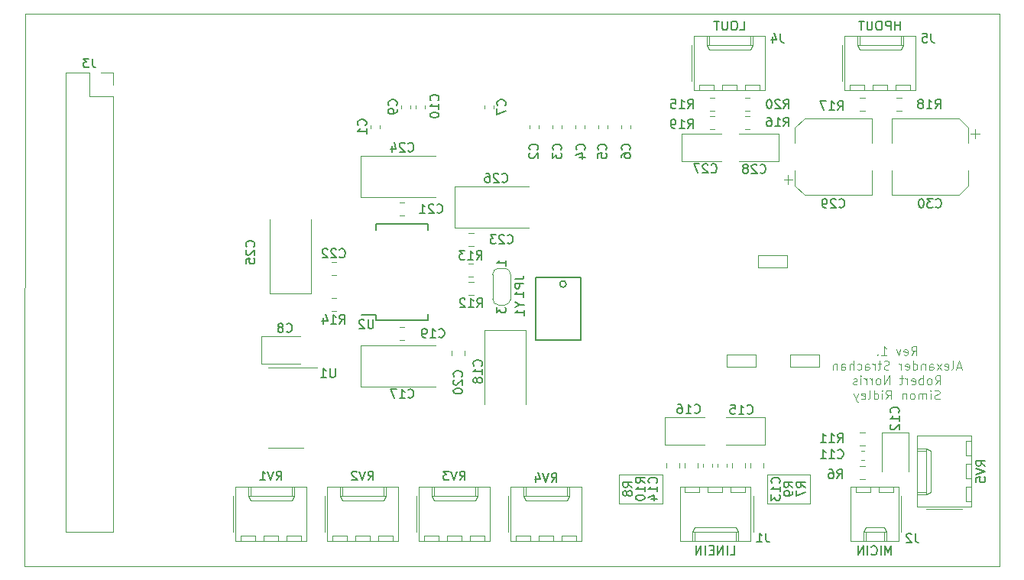
<source format=gbr>
G04 #@! TF.GenerationSoftware,KiCad,Pcbnew,5.1.4+dfsg1-1*
G04 #@! TF.CreationDate,2020-03-17T19:09:54+00:00*
G04 #@! TF.ProjectId,Hardware,48617264-7761-4726-952e-6b696361645f,rev?*
G04 #@! TF.SameCoordinates,Original*
G04 #@! TF.FileFunction,Legend,Bot*
G04 #@! TF.FilePolarity,Positive*
%FSLAX46Y46*%
G04 Gerber Fmt 4.6, Leading zero omitted, Abs format (unit mm)*
G04 Created by KiCad (PCBNEW 5.1.4+dfsg1-1) date 2020-03-17 19:09:54*
%MOMM*%
%LPD*%
G04 APERTURE LIST*
%ADD10C,0.125000*%
%ADD11C,0.050000*%
%ADD12C,0.120000*%
%ADD13C,0.150000*%
%ADD14C,0.200000*%
G04 APERTURE END LIST*
D10*
X166187238Y-63800880D02*
X166520571Y-63324690D01*
X166758666Y-63800880D02*
X166758666Y-62800880D01*
X166377714Y-62800880D01*
X166282476Y-62848500D01*
X166234857Y-62896119D01*
X166187238Y-62991357D01*
X166187238Y-63134214D01*
X166234857Y-63229452D01*
X166282476Y-63277071D01*
X166377714Y-63324690D01*
X166758666Y-63324690D01*
X165377714Y-63753261D02*
X165472952Y-63800880D01*
X165663428Y-63800880D01*
X165758666Y-63753261D01*
X165806285Y-63658023D01*
X165806285Y-63277071D01*
X165758666Y-63181833D01*
X165663428Y-63134214D01*
X165472952Y-63134214D01*
X165377714Y-63181833D01*
X165330095Y-63277071D01*
X165330095Y-63372309D01*
X165806285Y-63467547D01*
X164996761Y-63134214D02*
X164758666Y-63800880D01*
X164520571Y-63134214D01*
X162853904Y-63800880D02*
X163425333Y-63800880D01*
X163139619Y-63800880D02*
X163139619Y-62800880D01*
X163234857Y-62943738D01*
X163330095Y-63038976D01*
X163425333Y-63086595D01*
X162425333Y-63705642D02*
X162377714Y-63753261D01*
X162425333Y-63800880D01*
X162472952Y-63753261D01*
X162425333Y-63705642D01*
X162425333Y-63800880D01*
X171711047Y-65140166D02*
X171234857Y-65140166D01*
X171806285Y-65425880D02*
X171472952Y-64425880D01*
X171139619Y-65425880D01*
X170663428Y-65425880D02*
X170758666Y-65378261D01*
X170806285Y-65283023D01*
X170806285Y-64425880D01*
X169901523Y-65378261D02*
X169996761Y-65425880D01*
X170187238Y-65425880D01*
X170282476Y-65378261D01*
X170330095Y-65283023D01*
X170330095Y-64902071D01*
X170282476Y-64806833D01*
X170187238Y-64759214D01*
X169996761Y-64759214D01*
X169901523Y-64806833D01*
X169853904Y-64902071D01*
X169853904Y-64997309D01*
X170330095Y-65092547D01*
X169520571Y-65425880D02*
X168996761Y-64759214D01*
X169520571Y-64759214D02*
X168996761Y-65425880D01*
X168187238Y-65425880D02*
X168187238Y-64902071D01*
X168234857Y-64806833D01*
X168330095Y-64759214D01*
X168520571Y-64759214D01*
X168615809Y-64806833D01*
X168187238Y-65378261D02*
X168282476Y-65425880D01*
X168520571Y-65425880D01*
X168615809Y-65378261D01*
X168663428Y-65283023D01*
X168663428Y-65187785D01*
X168615809Y-65092547D01*
X168520571Y-65044928D01*
X168282476Y-65044928D01*
X168187238Y-64997309D01*
X167711047Y-64759214D02*
X167711047Y-65425880D01*
X167711047Y-64854452D02*
X167663428Y-64806833D01*
X167568190Y-64759214D01*
X167425333Y-64759214D01*
X167330095Y-64806833D01*
X167282476Y-64902071D01*
X167282476Y-65425880D01*
X166377714Y-65425880D02*
X166377714Y-64425880D01*
X166377714Y-65378261D02*
X166472952Y-65425880D01*
X166663428Y-65425880D01*
X166758666Y-65378261D01*
X166806285Y-65330642D01*
X166853904Y-65235404D01*
X166853904Y-64949690D01*
X166806285Y-64854452D01*
X166758666Y-64806833D01*
X166663428Y-64759214D01*
X166472952Y-64759214D01*
X166377714Y-64806833D01*
X165520571Y-65378261D02*
X165615809Y-65425880D01*
X165806285Y-65425880D01*
X165901523Y-65378261D01*
X165949142Y-65283023D01*
X165949142Y-64902071D01*
X165901523Y-64806833D01*
X165806285Y-64759214D01*
X165615809Y-64759214D01*
X165520571Y-64806833D01*
X165472952Y-64902071D01*
X165472952Y-64997309D01*
X165949142Y-65092547D01*
X165044380Y-65425880D02*
X165044380Y-64759214D01*
X165044380Y-64949690D02*
X164996761Y-64854452D01*
X164949142Y-64806833D01*
X164853904Y-64759214D01*
X164758666Y-64759214D01*
X163711047Y-65378261D02*
X163568190Y-65425880D01*
X163330095Y-65425880D01*
X163234857Y-65378261D01*
X163187238Y-65330642D01*
X163139619Y-65235404D01*
X163139619Y-65140166D01*
X163187238Y-65044928D01*
X163234857Y-64997309D01*
X163330095Y-64949690D01*
X163520571Y-64902071D01*
X163615809Y-64854452D01*
X163663428Y-64806833D01*
X163711047Y-64711595D01*
X163711047Y-64616357D01*
X163663428Y-64521119D01*
X163615809Y-64473500D01*
X163520571Y-64425880D01*
X163282476Y-64425880D01*
X163139619Y-64473500D01*
X162853904Y-64759214D02*
X162472952Y-64759214D01*
X162711047Y-64425880D02*
X162711047Y-65283023D01*
X162663428Y-65378261D01*
X162568190Y-65425880D01*
X162472952Y-65425880D01*
X162139619Y-65425880D02*
X162139619Y-64759214D01*
X162139619Y-64949690D02*
X162092000Y-64854452D01*
X162044380Y-64806833D01*
X161949142Y-64759214D01*
X161853904Y-64759214D01*
X161092000Y-65425880D02*
X161092000Y-64902071D01*
X161139619Y-64806833D01*
X161234857Y-64759214D01*
X161425333Y-64759214D01*
X161520571Y-64806833D01*
X161092000Y-65378261D02*
X161187238Y-65425880D01*
X161425333Y-65425880D01*
X161520571Y-65378261D01*
X161568190Y-65283023D01*
X161568190Y-65187785D01*
X161520571Y-65092547D01*
X161425333Y-65044928D01*
X161187238Y-65044928D01*
X161092000Y-64997309D01*
X160187238Y-65378261D02*
X160282476Y-65425880D01*
X160472952Y-65425880D01*
X160568190Y-65378261D01*
X160615809Y-65330642D01*
X160663428Y-65235404D01*
X160663428Y-64949690D01*
X160615809Y-64854452D01*
X160568190Y-64806833D01*
X160472952Y-64759214D01*
X160282476Y-64759214D01*
X160187238Y-64806833D01*
X159758666Y-65425880D02*
X159758666Y-64425880D01*
X159330095Y-65425880D02*
X159330095Y-64902071D01*
X159377714Y-64806833D01*
X159472952Y-64759214D01*
X159615809Y-64759214D01*
X159711047Y-64806833D01*
X159758666Y-64854452D01*
X158425333Y-65425880D02*
X158425333Y-64902071D01*
X158472952Y-64806833D01*
X158568190Y-64759214D01*
X158758666Y-64759214D01*
X158853904Y-64806833D01*
X158425333Y-65378261D02*
X158520571Y-65425880D01*
X158758666Y-65425880D01*
X158853904Y-65378261D01*
X158901523Y-65283023D01*
X158901523Y-65187785D01*
X158853904Y-65092547D01*
X158758666Y-65044928D01*
X158520571Y-65044928D01*
X158425333Y-64997309D01*
X157949142Y-64759214D02*
X157949142Y-65425880D01*
X157949142Y-64854452D02*
X157901523Y-64806833D01*
X157806285Y-64759214D01*
X157663428Y-64759214D01*
X157568190Y-64806833D01*
X157520571Y-64902071D01*
X157520571Y-65425880D01*
X168830095Y-67050880D02*
X169163428Y-66574690D01*
X169401523Y-67050880D02*
X169401523Y-66050880D01*
X169020571Y-66050880D01*
X168925333Y-66098500D01*
X168877714Y-66146119D01*
X168830095Y-66241357D01*
X168830095Y-66384214D01*
X168877714Y-66479452D01*
X168925333Y-66527071D01*
X169020571Y-66574690D01*
X169401523Y-66574690D01*
X168258666Y-67050880D02*
X168353904Y-67003261D01*
X168401523Y-66955642D01*
X168449142Y-66860404D01*
X168449142Y-66574690D01*
X168401523Y-66479452D01*
X168353904Y-66431833D01*
X168258666Y-66384214D01*
X168115809Y-66384214D01*
X168020571Y-66431833D01*
X167972952Y-66479452D01*
X167925333Y-66574690D01*
X167925333Y-66860404D01*
X167972952Y-66955642D01*
X168020571Y-67003261D01*
X168115809Y-67050880D01*
X168258666Y-67050880D01*
X167496761Y-67050880D02*
X167496761Y-66050880D01*
X167496761Y-66431833D02*
X167401523Y-66384214D01*
X167211047Y-66384214D01*
X167115809Y-66431833D01*
X167068190Y-66479452D01*
X167020571Y-66574690D01*
X167020571Y-66860404D01*
X167068190Y-66955642D01*
X167115809Y-67003261D01*
X167211047Y-67050880D01*
X167401523Y-67050880D01*
X167496761Y-67003261D01*
X166211047Y-67003261D02*
X166306285Y-67050880D01*
X166496761Y-67050880D01*
X166592000Y-67003261D01*
X166639619Y-66908023D01*
X166639619Y-66527071D01*
X166592000Y-66431833D01*
X166496761Y-66384214D01*
X166306285Y-66384214D01*
X166211047Y-66431833D01*
X166163428Y-66527071D01*
X166163428Y-66622309D01*
X166639619Y-66717547D01*
X165734857Y-67050880D02*
X165734857Y-66384214D01*
X165734857Y-66574690D02*
X165687238Y-66479452D01*
X165639619Y-66431833D01*
X165544380Y-66384214D01*
X165449142Y-66384214D01*
X165258666Y-66384214D02*
X164877714Y-66384214D01*
X165115809Y-66050880D02*
X165115809Y-66908023D01*
X165068190Y-67003261D01*
X164972952Y-67050880D01*
X164877714Y-67050880D01*
X163782476Y-67050880D02*
X163782476Y-66050880D01*
X163211047Y-67050880D01*
X163211047Y-66050880D01*
X162592000Y-67050880D02*
X162687238Y-67003261D01*
X162734857Y-66955642D01*
X162782476Y-66860404D01*
X162782476Y-66574690D01*
X162734857Y-66479452D01*
X162687238Y-66431833D01*
X162592000Y-66384214D01*
X162449142Y-66384214D01*
X162353904Y-66431833D01*
X162306285Y-66479452D01*
X162258666Y-66574690D01*
X162258666Y-66860404D01*
X162306285Y-66955642D01*
X162353904Y-67003261D01*
X162449142Y-67050880D01*
X162592000Y-67050880D01*
X161830095Y-67050880D02*
X161830095Y-66384214D01*
X161830095Y-66574690D02*
X161782476Y-66479452D01*
X161734857Y-66431833D01*
X161639619Y-66384214D01*
X161544380Y-66384214D01*
X161211047Y-67050880D02*
X161211047Y-66384214D01*
X161211047Y-66574690D02*
X161163428Y-66479452D01*
X161115809Y-66431833D01*
X161020571Y-66384214D01*
X160925333Y-66384214D01*
X160592000Y-67050880D02*
X160592000Y-66384214D01*
X160592000Y-66050880D02*
X160639619Y-66098500D01*
X160592000Y-66146119D01*
X160544380Y-66098500D01*
X160592000Y-66050880D01*
X160592000Y-66146119D01*
X160163428Y-67003261D02*
X160068190Y-67050880D01*
X159877714Y-67050880D01*
X159782476Y-67003261D01*
X159734857Y-66908023D01*
X159734857Y-66860404D01*
X159782476Y-66765166D01*
X159877714Y-66717547D01*
X160020571Y-66717547D01*
X160115809Y-66669928D01*
X160163428Y-66574690D01*
X160163428Y-66527071D01*
X160115809Y-66431833D01*
X160020571Y-66384214D01*
X159877714Y-66384214D01*
X159782476Y-66431833D01*
X169330095Y-68628261D02*
X169187238Y-68675880D01*
X168949142Y-68675880D01*
X168853904Y-68628261D01*
X168806285Y-68580642D01*
X168758666Y-68485404D01*
X168758666Y-68390166D01*
X168806285Y-68294928D01*
X168853904Y-68247309D01*
X168949142Y-68199690D01*
X169139619Y-68152071D01*
X169234857Y-68104452D01*
X169282476Y-68056833D01*
X169330095Y-67961595D01*
X169330095Y-67866357D01*
X169282476Y-67771119D01*
X169234857Y-67723500D01*
X169139619Y-67675880D01*
X168901523Y-67675880D01*
X168758666Y-67723500D01*
X168330095Y-68675880D02*
X168330095Y-68009214D01*
X168330095Y-67675880D02*
X168377714Y-67723500D01*
X168330095Y-67771119D01*
X168282476Y-67723500D01*
X168330095Y-67675880D01*
X168330095Y-67771119D01*
X167853904Y-68675880D02*
X167853904Y-68009214D01*
X167853904Y-68104452D02*
X167806285Y-68056833D01*
X167711047Y-68009214D01*
X167568190Y-68009214D01*
X167472952Y-68056833D01*
X167425333Y-68152071D01*
X167425333Y-68675880D01*
X167425333Y-68152071D02*
X167377714Y-68056833D01*
X167282476Y-68009214D01*
X167139619Y-68009214D01*
X167044380Y-68056833D01*
X166996761Y-68152071D01*
X166996761Y-68675880D01*
X166377714Y-68675880D02*
X166472952Y-68628261D01*
X166520571Y-68580642D01*
X166568190Y-68485404D01*
X166568190Y-68199690D01*
X166520571Y-68104452D01*
X166472952Y-68056833D01*
X166377714Y-68009214D01*
X166234857Y-68009214D01*
X166139619Y-68056833D01*
X166092000Y-68104452D01*
X166044380Y-68199690D01*
X166044380Y-68485404D01*
X166092000Y-68580642D01*
X166139619Y-68628261D01*
X166234857Y-68675880D01*
X166377714Y-68675880D01*
X165615809Y-68009214D02*
X165615809Y-68675880D01*
X165615809Y-68104452D02*
X165568190Y-68056833D01*
X165472952Y-68009214D01*
X165330095Y-68009214D01*
X165234857Y-68056833D01*
X165187238Y-68152071D01*
X165187238Y-68675880D01*
X163377714Y-68675880D02*
X163711047Y-68199690D01*
X163949142Y-68675880D02*
X163949142Y-67675880D01*
X163568190Y-67675880D01*
X163472952Y-67723500D01*
X163425333Y-67771119D01*
X163377714Y-67866357D01*
X163377714Y-68009214D01*
X163425333Y-68104452D01*
X163472952Y-68152071D01*
X163568190Y-68199690D01*
X163949142Y-68199690D01*
X162949142Y-68675880D02*
X162949142Y-68009214D01*
X162949142Y-67675880D02*
X162996761Y-67723500D01*
X162949142Y-67771119D01*
X162901523Y-67723500D01*
X162949142Y-67675880D01*
X162949142Y-67771119D01*
X162044380Y-68675880D02*
X162044380Y-67675880D01*
X162044380Y-68628261D02*
X162139619Y-68675880D01*
X162330095Y-68675880D01*
X162425333Y-68628261D01*
X162472952Y-68580642D01*
X162520571Y-68485404D01*
X162520571Y-68199690D01*
X162472952Y-68104452D01*
X162425333Y-68056833D01*
X162330095Y-68009214D01*
X162139619Y-68009214D01*
X162044380Y-68056833D01*
X161425333Y-68675880D02*
X161520571Y-68628261D01*
X161568190Y-68533023D01*
X161568190Y-67675880D01*
X160663428Y-68628261D02*
X160758666Y-68675880D01*
X160949142Y-68675880D01*
X161044380Y-68628261D01*
X161092000Y-68533023D01*
X161092000Y-68152071D01*
X161044380Y-68056833D01*
X160949142Y-68009214D01*
X160758666Y-68009214D01*
X160663428Y-68056833D01*
X160615809Y-68152071D01*
X160615809Y-68247309D01*
X161092000Y-68342547D01*
X160282476Y-68009214D02*
X160044380Y-68675880D01*
X159806285Y-68009214D02*
X160044380Y-68675880D01*
X160139619Y-68913976D01*
X160187238Y-68961595D01*
X160282476Y-69009214D01*
D11*
X152450000Y-52700000D02*
X152450000Y-54100000D01*
X152450000Y-54100000D02*
X149250000Y-54100000D01*
X149250000Y-54100000D02*
X149250000Y-52700000D01*
X149250000Y-52700000D02*
X152450000Y-52700000D01*
X152750000Y-65100000D02*
X152750000Y-63700000D01*
X155950000Y-65100000D02*
X152750000Y-65100000D01*
X155950000Y-63700000D02*
X155950000Y-65100000D01*
X152750000Y-63700000D02*
X155950000Y-63700000D01*
X145750000Y-65100000D02*
X145750000Y-63700000D01*
X148950000Y-65100000D02*
X145750000Y-65100000D01*
X148950000Y-63700000D02*
X148950000Y-65100000D01*
X145750000Y-63700000D02*
X148950000Y-63700000D01*
D12*
X155000000Y-77000000D02*
X155000000Y-80200000D01*
X150200000Y-77000000D02*
X155000000Y-77000000D01*
X155000000Y-80200000D02*
X150200000Y-80200000D01*
X150200000Y-80200000D02*
X150200000Y-77000000D01*
X133800000Y-80200000D02*
X133800000Y-77000000D01*
X138600000Y-80200000D02*
X133800000Y-80200000D01*
X138600000Y-77000000D02*
X138600000Y-80200000D01*
X133800000Y-77000000D02*
X138600000Y-77000000D01*
D11*
X68000000Y-26000000D02*
X67950000Y-87150000D01*
X176000000Y-26000000D02*
X68000000Y-26000000D01*
X175950000Y-87150000D02*
X176000000Y-26000000D01*
X67950000Y-87150000D02*
X175950000Y-87150000D01*
D12*
X144406252Y-37290000D02*
X143883748Y-37290000D01*
X144406252Y-38710000D02*
X143883748Y-38710000D01*
X105215000Y-62740000D02*
X113450000Y-62740000D01*
X105215000Y-67260000D02*
X105215000Y-62740000D01*
X113450000Y-67260000D02*
X105215000Y-67260000D01*
X109518748Y-62110000D02*
X110041252Y-62110000D01*
X109518748Y-60690000D02*
X110041252Y-60690000D01*
X106290000Y-38303733D02*
X106290000Y-38646267D01*
X107310000Y-38303733D02*
X107310000Y-38646267D01*
X124910000Y-38303733D02*
X124910000Y-38646267D01*
X123890000Y-38303733D02*
X123890000Y-38646267D01*
X126440000Y-38303733D02*
X126440000Y-38646267D01*
X127460000Y-38303733D02*
X127460000Y-38646267D01*
X130010000Y-38303733D02*
X130010000Y-38646267D01*
X128990000Y-38303733D02*
X128990000Y-38646267D01*
X131540000Y-38303733D02*
X131540000Y-38646267D01*
X132560000Y-38303733D02*
X132560000Y-38646267D01*
X135110000Y-38303733D02*
X135110000Y-38646267D01*
X134090000Y-38303733D02*
X134090000Y-38646267D01*
X119910000Y-36446267D02*
X119910000Y-36103733D01*
X118890000Y-36446267D02*
X118890000Y-36103733D01*
X98525000Y-64710000D02*
X94140000Y-64710000D01*
X94140000Y-64710000D02*
X94140000Y-61690000D01*
X94140000Y-61690000D02*
X98525000Y-61690000D01*
X109690000Y-36103733D02*
X109690000Y-36446267D01*
X110710000Y-36103733D02*
X110710000Y-36446267D01*
X112310000Y-36103733D02*
X112310000Y-36446267D01*
X111290000Y-36103733D02*
X111290000Y-36446267D01*
X160946267Y-75437500D02*
X160603733Y-75437500D01*
X160946267Y-74417500D02*
X160603733Y-74417500D01*
X162890000Y-76725000D02*
X162890000Y-72340000D01*
X162890000Y-72340000D02*
X165910000Y-72340000D01*
X165910000Y-72340000D02*
X165910000Y-76725000D01*
X144735000Y-75853733D02*
X144735000Y-76196267D01*
X145755000Y-75853733D02*
X145755000Y-76196267D01*
X144160000Y-75853733D02*
X144160000Y-76196267D01*
X143140000Y-75853733D02*
X143140000Y-76196267D01*
X150010000Y-73710000D02*
X145625000Y-73710000D01*
X150010000Y-70690000D02*
X150010000Y-73710000D01*
X145625000Y-70690000D02*
X150010000Y-70690000D01*
X138885000Y-70690000D02*
X143270000Y-70690000D01*
X138885000Y-73710000D02*
X138885000Y-70690000D01*
X143270000Y-73710000D02*
X138885000Y-73710000D01*
X118940000Y-69250000D02*
X118940000Y-61015000D01*
X118940000Y-61015000D02*
X123460000Y-61015000D01*
X123460000Y-61015000D02*
X123460000Y-69250000D01*
X116710000Y-63836252D02*
X116710000Y-63313748D01*
X115290000Y-63836252D02*
X115290000Y-63313748D01*
X109518748Y-46890000D02*
X110041252Y-46890000D01*
X109518748Y-48310000D02*
X110041252Y-48310000D01*
X102461252Y-54910000D02*
X101938748Y-54910000D01*
X102461252Y-53490000D02*
X101938748Y-53490000D01*
X117163748Y-51710000D02*
X117686252Y-51710000D01*
X117163748Y-50290000D02*
X117686252Y-50290000D01*
X113450000Y-46260000D02*
X105215000Y-46260000D01*
X105215000Y-46260000D02*
X105215000Y-41740000D01*
X105215000Y-41740000D02*
X113450000Y-41740000D01*
X95140000Y-56985000D02*
X95140000Y-48750000D01*
X99660000Y-56985000D02*
X95140000Y-56985000D01*
X99660000Y-48750000D02*
X99660000Y-56985000D01*
X123850000Y-49660000D02*
X115615000Y-49660000D01*
X115615000Y-49660000D02*
X115615000Y-45140000D01*
X115615000Y-45140000D02*
X123850000Y-45140000D01*
X140740000Y-39290000D02*
X145125000Y-39290000D01*
X140740000Y-42310000D02*
X140740000Y-39290000D01*
X145125000Y-42310000D02*
X140740000Y-42310000D01*
X147075000Y-39290000D02*
X151460000Y-39290000D01*
X151460000Y-39290000D02*
X151460000Y-42310000D01*
X151460000Y-42310000D02*
X147075000Y-42310000D01*
X161810000Y-37540000D02*
X161810000Y-40290000D01*
X161810000Y-46060000D02*
X161810000Y-43310000D01*
X154354437Y-46060000D02*
X161810000Y-46060000D01*
X154354437Y-37540000D02*
X161810000Y-37540000D01*
X153290000Y-38604437D02*
X153290000Y-40290000D01*
X153290000Y-44995563D02*
X153290000Y-43310000D01*
X153290000Y-44995563D02*
X154354437Y-46060000D01*
X153290000Y-38604437D02*
X154354437Y-37540000D01*
X152050000Y-44310000D02*
X153050000Y-44310000D01*
X152550000Y-44810000D02*
X152550000Y-43810000D01*
X173250000Y-38790000D02*
X173250000Y-39790000D01*
X173750000Y-39290000D02*
X172750000Y-39290000D01*
X172510000Y-44995563D02*
X171445563Y-46060000D01*
X172510000Y-38604437D02*
X171445563Y-37540000D01*
X172510000Y-38604437D02*
X172510000Y-40290000D01*
X172510000Y-44995563D02*
X172510000Y-43310000D01*
X171445563Y-46060000D02*
X163990000Y-46060000D01*
X171445563Y-37540000D02*
X163990000Y-37540000D01*
X163990000Y-37540000D02*
X163990000Y-40290000D01*
X163990000Y-46060000D02*
X163990000Y-43310000D01*
X160060000Y-78970000D02*
X160060000Y-78370000D01*
X161660000Y-78970000D02*
X160060000Y-78970000D01*
X161660000Y-78370000D02*
X161660000Y-78970000D01*
X162600000Y-78970000D02*
X162600000Y-78370000D01*
X164200000Y-78970000D02*
X162600000Y-78970000D01*
X164200000Y-78370000D02*
X164200000Y-78970000D01*
X161110000Y-84390000D02*
X161110000Y-83390000D01*
X163150000Y-84390000D02*
X163150000Y-83390000D01*
X161110000Y-82860000D02*
X160860000Y-83390000D01*
X163150000Y-82860000D02*
X161110000Y-82860000D01*
X163400000Y-83390000D02*
X163150000Y-82860000D01*
X160860000Y-83390000D02*
X160860000Y-84390000D01*
X163400000Y-83390000D02*
X160860000Y-83390000D01*
X163400000Y-84390000D02*
X163400000Y-83390000D01*
X165070000Y-79400000D02*
X165070000Y-83400000D01*
X159480000Y-78370000D02*
X164780000Y-78370000D01*
X159480000Y-84390000D02*
X159480000Y-78370000D01*
X164780000Y-84390000D02*
X159480000Y-84390000D01*
X164780000Y-78370000D02*
X164780000Y-84390000D01*
X121100000Y-54150000D02*
X120500000Y-54150000D01*
X121800000Y-57600000D02*
X121800000Y-54800000D01*
X120500000Y-58250000D02*
X121100000Y-58250000D01*
X119800000Y-54800000D02*
X119800000Y-57600000D01*
X119800000Y-57550000D02*
G75*
G03X120500000Y-58250000I700000J0D01*
G01*
X121100000Y-58250000D02*
G75*
G03X121800000Y-57550000I0J700000D01*
G01*
X121800000Y-54850000D02*
G75*
G03X121100000Y-54150000I-700000J0D01*
G01*
X120500000Y-54150000D02*
G75*
G03X119800000Y-54850000I0J-700000D01*
G01*
X161036252Y-77510000D02*
X160513748Y-77510000D01*
X161036252Y-76090000D02*
X160513748Y-76090000D01*
X149805000Y-75763748D02*
X149805000Y-76286252D01*
X148385000Y-75763748D02*
X148385000Y-76286252D01*
X140510000Y-75763748D02*
X140510000Y-76286252D01*
X139090000Y-75763748D02*
X139090000Y-76286252D01*
X147770000Y-75763748D02*
X147770000Y-76286252D01*
X146350000Y-75763748D02*
X146350000Y-76286252D01*
X141125000Y-75763748D02*
X141125000Y-76286252D01*
X142545000Y-75763748D02*
X142545000Y-76286252D01*
X161036252Y-72345000D02*
X160513748Y-72345000D01*
X161036252Y-73765000D02*
X160513748Y-73765000D01*
X117163748Y-55690000D02*
X117686252Y-55690000D01*
X117163748Y-57110000D02*
X117686252Y-57110000D01*
X117113748Y-55110000D02*
X117636252Y-55110000D01*
X117113748Y-53690000D02*
X117636252Y-53690000D01*
X101938748Y-58910000D02*
X102461252Y-58910000D01*
X101938748Y-57490000D02*
X102461252Y-57490000D01*
X147793748Y-38710000D02*
X148316252Y-38710000D01*
X147793748Y-37290000D02*
X148316252Y-37290000D01*
X161036252Y-35290000D02*
X160513748Y-35290000D01*
X161036252Y-36710000D02*
X160513748Y-36710000D01*
X164563748Y-35290000D02*
X165086252Y-35290000D01*
X164563748Y-36710000D02*
X165086252Y-36710000D01*
X143883748Y-35290000D02*
X144406252Y-35290000D01*
X143883748Y-36710000D02*
X144406252Y-36710000D01*
X148316252Y-36710000D02*
X147793748Y-36710000D01*
X148316252Y-35290000D02*
X147793748Y-35290000D01*
X98590000Y-83780000D02*
X98590000Y-84380000D01*
X96990000Y-83780000D02*
X98590000Y-83780000D01*
X96990000Y-84380000D02*
X96990000Y-83780000D01*
X96050000Y-83780000D02*
X96050000Y-84380000D01*
X94450000Y-83780000D02*
X96050000Y-83780000D01*
X94450000Y-84380000D02*
X94450000Y-83780000D01*
X93510000Y-83780000D02*
X93510000Y-84380000D01*
X91910000Y-83780000D02*
X93510000Y-83780000D01*
X91910000Y-84380000D02*
X91910000Y-83780000D01*
X97540000Y-78360000D02*
X97540000Y-79360000D01*
X92960000Y-78360000D02*
X92960000Y-79360000D01*
X97540000Y-79890000D02*
X97790000Y-79360000D01*
X92960000Y-79890000D02*
X97540000Y-79890000D01*
X92710000Y-79360000D02*
X92960000Y-79890000D01*
X97790000Y-79360000D02*
X97790000Y-78360000D01*
X92710000Y-79360000D02*
X97790000Y-79360000D01*
X92710000Y-78360000D02*
X92710000Y-79360000D01*
X91040000Y-83350000D02*
X91040000Y-79350000D01*
X99170000Y-84380000D02*
X91330000Y-84380000D01*
X99170000Y-78360000D02*
X99170000Y-84380000D01*
X91330000Y-78360000D02*
X99170000Y-78360000D01*
X91330000Y-84380000D02*
X91330000Y-78360000D01*
X108750000Y-83780000D02*
X108750000Y-84380000D01*
X107150000Y-83780000D02*
X108750000Y-83780000D01*
X107150000Y-84380000D02*
X107150000Y-83780000D01*
X106210000Y-83780000D02*
X106210000Y-84380000D01*
X104610000Y-83780000D02*
X106210000Y-83780000D01*
X104610000Y-84380000D02*
X104610000Y-83780000D01*
X103670000Y-83780000D02*
X103670000Y-84380000D01*
X102070000Y-83780000D02*
X103670000Y-83780000D01*
X102070000Y-84380000D02*
X102070000Y-83780000D01*
X107700000Y-78360000D02*
X107700000Y-79360000D01*
X103120000Y-78360000D02*
X103120000Y-79360000D01*
X107700000Y-79890000D02*
X107950000Y-79360000D01*
X103120000Y-79890000D02*
X107700000Y-79890000D01*
X102870000Y-79360000D02*
X103120000Y-79890000D01*
X107950000Y-79360000D02*
X107950000Y-78360000D01*
X102870000Y-79360000D02*
X107950000Y-79360000D01*
X102870000Y-78360000D02*
X102870000Y-79360000D01*
X101200000Y-83350000D02*
X101200000Y-79350000D01*
X109330000Y-84380000D02*
X101490000Y-84380000D01*
X109330000Y-78360000D02*
X109330000Y-84380000D01*
X101490000Y-78360000D02*
X109330000Y-78360000D01*
X101490000Y-84380000D02*
X101490000Y-78360000D01*
X111650000Y-84380000D02*
X111650000Y-78360000D01*
X111650000Y-78360000D02*
X119490000Y-78360000D01*
X119490000Y-78360000D02*
X119490000Y-84380000D01*
X119490000Y-84380000D02*
X111650000Y-84380000D01*
X111360000Y-83350000D02*
X111360000Y-79350000D01*
X113030000Y-78360000D02*
X113030000Y-79360000D01*
X113030000Y-79360000D02*
X118110000Y-79360000D01*
X118110000Y-79360000D02*
X118110000Y-78360000D01*
X113030000Y-79360000D02*
X113280000Y-79890000D01*
X113280000Y-79890000D02*
X117860000Y-79890000D01*
X117860000Y-79890000D02*
X118110000Y-79360000D01*
X113280000Y-78360000D02*
X113280000Y-79360000D01*
X117860000Y-78360000D02*
X117860000Y-79360000D01*
X112230000Y-84380000D02*
X112230000Y-83780000D01*
X112230000Y-83780000D02*
X113830000Y-83780000D01*
X113830000Y-83780000D02*
X113830000Y-84380000D01*
X114770000Y-84380000D02*
X114770000Y-83780000D01*
X114770000Y-83780000D02*
X116370000Y-83780000D01*
X116370000Y-83780000D02*
X116370000Y-84380000D01*
X117310000Y-84380000D02*
X117310000Y-83780000D01*
X117310000Y-83780000D02*
X118910000Y-83780000D01*
X118910000Y-83780000D02*
X118910000Y-84380000D01*
X121810000Y-84380000D02*
X121810000Y-78360000D01*
X121810000Y-78360000D02*
X129650000Y-78360000D01*
X129650000Y-78360000D02*
X129650000Y-84380000D01*
X129650000Y-84380000D02*
X121810000Y-84380000D01*
X121520000Y-83350000D02*
X121520000Y-79350000D01*
X123190000Y-78360000D02*
X123190000Y-79360000D01*
X123190000Y-79360000D02*
X128270000Y-79360000D01*
X128270000Y-79360000D02*
X128270000Y-78360000D01*
X123190000Y-79360000D02*
X123440000Y-79890000D01*
X123440000Y-79890000D02*
X128020000Y-79890000D01*
X128020000Y-79890000D02*
X128270000Y-79360000D01*
X123440000Y-78360000D02*
X123440000Y-79360000D01*
X128020000Y-78360000D02*
X128020000Y-79360000D01*
X122390000Y-84380000D02*
X122390000Y-83780000D01*
X122390000Y-83780000D02*
X123990000Y-83780000D01*
X123990000Y-83780000D02*
X123990000Y-84380000D01*
X124930000Y-84380000D02*
X124930000Y-83780000D01*
X124930000Y-83780000D02*
X126530000Y-83780000D01*
X126530000Y-83780000D02*
X126530000Y-84380000D01*
X127470000Y-84380000D02*
X127470000Y-83780000D01*
X127470000Y-83780000D02*
X129070000Y-83780000D01*
X129070000Y-83780000D02*
X129070000Y-84380000D01*
X172830000Y-80580000D02*
X166810000Y-80580000D01*
X166810000Y-80580000D02*
X166810000Y-72740000D01*
X166810000Y-72740000D02*
X172830000Y-72740000D01*
X172830000Y-72740000D02*
X172830000Y-80580000D01*
X171800000Y-80870000D02*
X167800000Y-80870000D01*
X166810000Y-79200000D02*
X167810000Y-79200000D01*
X167810000Y-79200000D02*
X167810000Y-74120000D01*
X167810000Y-74120000D02*
X166810000Y-74120000D01*
X167810000Y-79200000D02*
X168340000Y-78950000D01*
X168340000Y-78950000D02*
X168340000Y-74370000D01*
X168340000Y-74370000D02*
X167810000Y-74120000D01*
X166810000Y-78950000D02*
X167810000Y-78950000D01*
X166810000Y-74370000D02*
X167810000Y-74370000D01*
X172830000Y-80000000D02*
X172230000Y-80000000D01*
X172230000Y-80000000D02*
X172230000Y-78400000D01*
X172230000Y-78400000D02*
X172830000Y-78400000D01*
X172830000Y-77460000D02*
X172230000Y-77460000D01*
X172230000Y-77460000D02*
X172230000Y-75860000D01*
X172230000Y-75860000D02*
X172830000Y-75860000D01*
X172830000Y-74920000D02*
X172230000Y-74920000D01*
X172230000Y-74920000D02*
X172230000Y-73320000D01*
X172230000Y-73320000D02*
X172830000Y-73320000D01*
X96925000Y-74080000D02*
X94975000Y-74080000D01*
X96925000Y-74080000D02*
X98875000Y-74080000D01*
X96925000Y-65210000D02*
X94975000Y-65210000D01*
X96925000Y-65210000D02*
X100375000Y-65210000D01*
D13*
X106905000Y-59925000D02*
X106905000Y-59350000D01*
X112655000Y-59925000D02*
X112655000Y-59275000D01*
X112655000Y-49275000D02*
X112655000Y-49925000D01*
X106905000Y-49275000D02*
X106905000Y-49925000D01*
X106905000Y-59925000D02*
X112655000Y-59925000D01*
X106905000Y-49275000D02*
X112655000Y-49275000D01*
X106905000Y-59350000D02*
X105305000Y-59350000D01*
D12*
X148380000Y-78370000D02*
X148380000Y-84390000D01*
X148380000Y-84390000D02*
X140540000Y-84390000D01*
X140540000Y-84390000D02*
X140540000Y-78370000D01*
X140540000Y-78370000D02*
X148380000Y-78370000D01*
X148670000Y-79400000D02*
X148670000Y-83400000D01*
X147000000Y-84390000D02*
X147000000Y-83390000D01*
X147000000Y-83390000D02*
X141920000Y-83390000D01*
X141920000Y-83390000D02*
X141920000Y-84390000D01*
X147000000Y-83390000D02*
X146750000Y-82860000D01*
X146750000Y-82860000D02*
X142170000Y-82860000D01*
X142170000Y-82860000D02*
X141920000Y-83390000D01*
X146750000Y-84390000D02*
X146750000Y-83390000D01*
X142170000Y-84390000D02*
X142170000Y-83390000D01*
X147800000Y-78370000D02*
X147800000Y-78970000D01*
X147800000Y-78970000D02*
X146200000Y-78970000D01*
X146200000Y-78970000D02*
X146200000Y-78370000D01*
X145260000Y-78370000D02*
X145260000Y-78970000D01*
X145260000Y-78970000D02*
X143660000Y-78970000D01*
X143660000Y-78970000D02*
X143660000Y-78370000D01*
X142720000Y-78370000D02*
X142720000Y-78970000D01*
X142720000Y-78970000D02*
X141120000Y-78970000D01*
X141120000Y-78970000D02*
X141120000Y-78370000D01*
X77730000Y-83390000D02*
X72530000Y-83390000D01*
X77730000Y-35070000D02*
X77730000Y-83390000D01*
X72530000Y-32470000D02*
X72530000Y-83390000D01*
X77730000Y-35070000D02*
X75130000Y-35070000D01*
X75130000Y-35070000D02*
X75130000Y-32470000D01*
X75130000Y-32470000D02*
X72530000Y-32470000D01*
X77730000Y-33800000D02*
X77730000Y-32470000D01*
X77730000Y-32470000D02*
X76400000Y-32470000D01*
X149400000Y-33830000D02*
X149400000Y-34430000D01*
X147800000Y-33830000D02*
X149400000Y-33830000D01*
X147800000Y-34430000D02*
X147800000Y-33830000D01*
X146860000Y-33830000D02*
X146860000Y-34430000D01*
X145260000Y-33830000D02*
X146860000Y-33830000D01*
X145260000Y-34430000D02*
X145260000Y-33830000D01*
X144320000Y-33830000D02*
X144320000Y-34430000D01*
X142720000Y-33830000D02*
X144320000Y-33830000D01*
X142720000Y-34430000D02*
X142720000Y-33830000D01*
X148350000Y-28410000D02*
X148350000Y-29410000D01*
X143770000Y-28410000D02*
X143770000Y-29410000D01*
X148350000Y-29940000D02*
X148600000Y-29410000D01*
X143770000Y-29940000D02*
X148350000Y-29940000D01*
X143520000Y-29410000D02*
X143770000Y-29940000D01*
X148600000Y-29410000D02*
X148600000Y-28410000D01*
X143520000Y-29410000D02*
X148600000Y-29410000D01*
X143520000Y-28410000D02*
X143520000Y-29410000D01*
X141850000Y-33400000D02*
X141850000Y-29400000D01*
X149980000Y-34430000D02*
X142140000Y-34430000D01*
X149980000Y-28410000D02*
X149980000Y-34430000D01*
X142140000Y-28410000D02*
X149980000Y-28410000D01*
X142140000Y-34430000D02*
X142140000Y-28410000D01*
X158820000Y-34430000D02*
X158820000Y-28410000D01*
X158820000Y-28410000D02*
X166660000Y-28410000D01*
X166660000Y-28410000D02*
X166660000Y-34430000D01*
X166660000Y-34430000D02*
X158820000Y-34430000D01*
X158530000Y-33400000D02*
X158530000Y-29400000D01*
X160200000Y-28410000D02*
X160200000Y-29410000D01*
X160200000Y-29410000D02*
X165280000Y-29410000D01*
X165280000Y-29410000D02*
X165280000Y-28410000D01*
X160200000Y-29410000D02*
X160450000Y-29940000D01*
X160450000Y-29940000D02*
X165030000Y-29940000D01*
X165030000Y-29940000D02*
X165280000Y-29410000D01*
X160450000Y-28410000D02*
X160450000Y-29410000D01*
X165030000Y-28410000D02*
X165030000Y-29410000D01*
X159400000Y-34430000D02*
X159400000Y-33830000D01*
X159400000Y-33830000D02*
X161000000Y-33830000D01*
X161000000Y-33830000D02*
X161000000Y-34430000D01*
X161940000Y-34430000D02*
X161940000Y-33830000D01*
X161940000Y-33830000D02*
X163540000Y-33830000D01*
X163540000Y-33830000D02*
X163540000Y-34430000D01*
X164480000Y-34430000D02*
X164480000Y-33830000D01*
X164480000Y-33830000D02*
X166080000Y-33830000D01*
X166080000Y-33830000D02*
X166080000Y-34430000D01*
D14*
X124600000Y-55160000D02*
X124600000Y-62160000D01*
X124600000Y-62160000D02*
X129600000Y-62160000D01*
X129600000Y-62160000D02*
X129600000Y-55160000D01*
X129600000Y-55160000D02*
X124600000Y-55160000D01*
X127953553Y-55910000D02*
G75*
G03X127953553Y-55910000I-353553J0D01*
G01*
D13*
X141442857Y-36452380D02*
X141776190Y-35976190D01*
X142014285Y-36452380D02*
X142014285Y-35452380D01*
X141633333Y-35452380D01*
X141538095Y-35500000D01*
X141490476Y-35547619D01*
X141442857Y-35642857D01*
X141442857Y-35785714D01*
X141490476Y-35880952D01*
X141538095Y-35928571D01*
X141633333Y-35976190D01*
X142014285Y-35976190D01*
X140490476Y-36452380D02*
X141061904Y-36452380D01*
X140776190Y-36452380D02*
X140776190Y-35452380D01*
X140871428Y-35595238D01*
X140966666Y-35690476D01*
X141061904Y-35738095D01*
X139585714Y-35452380D02*
X140061904Y-35452380D01*
X140109523Y-35928571D01*
X140061904Y-35880952D01*
X139966666Y-35833333D01*
X139728571Y-35833333D01*
X139633333Y-35880952D01*
X139585714Y-35928571D01*
X139538095Y-36023809D01*
X139538095Y-36261904D01*
X139585714Y-36357142D01*
X139633333Y-36404761D01*
X139728571Y-36452380D01*
X139966666Y-36452380D01*
X140061904Y-36404761D01*
X140109523Y-36357142D01*
X110442857Y-68457142D02*
X110490476Y-68504761D01*
X110633333Y-68552380D01*
X110728571Y-68552380D01*
X110871428Y-68504761D01*
X110966666Y-68409523D01*
X111014285Y-68314285D01*
X111061904Y-68123809D01*
X111061904Y-67980952D01*
X111014285Y-67790476D01*
X110966666Y-67695238D01*
X110871428Y-67600000D01*
X110728571Y-67552380D01*
X110633333Y-67552380D01*
X110490476Y-67600000D01*
X110442857Y-67647619D01*
X109490476Y-68552380D02*
X110061904Y-68552380D01*
X109776190Y-68552380D02*
X109776190Y-67552380D01*
X109871428Y-67695238D01*
X109966666Y-67790476D01*
X110061904Y-67838095D01*
X109157142Y-67552380D02*
X108490476Y-67552380D01*
X108919047Y-68552380D01*
X113842857Y-61757142D02*
X113890476Y-61804761D01*
X114033333Y-61852380D01*
X114128571Y-61852380D01*
X114271428Y-61804761D01*
X114366666Y-61709523D01*
X114414285Y-61614285D01*
X114461904Y-61423809D01*
X114461904Y-61280952D01*
X114414285Y-61090476D01*
X114366666Y-60995238D01*
X114271428Y-60900000D01*
X114128571Y-60852380D01*
X114033333Y-60852380D01*
X113890476Y-60900000D01*
X113842857Y-60947619D01*
X112890476Y-61852380D02*
X113461904Y-61852380D01*
X113176190Y-61852380D02*
X113176190Y-60852380D01*
X113271428Y-60995238D01*
X113366666Y-61090476D01*
X113461904Y-61138095D01*
X112414285Y-61852380D02*
X112223809Y-61852380D01*
X112128571Y-61804761D01*
X112080952Y-61757142D01*
X111985714Y-61614285D01*
X111938095Y-61423809D01*
X111938095Y-61042857D01*
X111985714Y-60947619D01*
X112033333Y-60900000D01*
X112128571Y-60852380D01*
X112319047Y-60852380D01*
X112414285Y-60900000D01*
X112461904Y-60947619D01*
X112509523Y-61042857D01*
X112509523Y-61280952D01*
X112461904Y-61376190D01*
X112414285Y-61423809D01*
X112319047Y-61471428D01*
X112128571Y-61471428D01*
X112033333Y-61423809D01*
X111985714Y-61376190D01*
X111938095Y-61280952D01*
X105727142Y-38308333D02*
X105774761Y-38260714D01*
X105822380Y-38117857D01*
X105822380Y-38022619D01*
X105774761Y-37879761D01*
X105679523Y-37784523D01*
X105584285Y-37736904D01*
X105393809Y-37689285D01*
X105250952Y-37689285D01*
X105060476Y-37736904D01*
X104965238Y-37784523D01*
X104870000Y-37879761D01*
X104822380Y-38022619D01*
X104822380Y-38117857D01*
X104870000Y-38260714D01*
X104917619Y-38308333D01*
X105822380Y-39260714D02*
X105822380Y-38689285D01*
X105822380Y-38975000D02*
X104822380Y-38975000D01*
X104965238Y-38879761D01*
X105060476Y-38784523D01*
X105108095Y-38689285D01*
X124757142Y-41033333D02*
X124804761Y-40985714D01*
X124852380Y-40842857D01*
X124852380Y-40747619D01*
X124804761Y-40604761D01*
X124709523Y-40509523D01*
X124614285Y-40461904D01*
X124423809Y-40414285D01*
X124280952Y-40414285D01*
X124090476Y-40461904D01*
X123995238Y-40509523D01*
X123900000Y-40604761D01*
X123852380Y-40747619D01*
X123852380Y-40842857D01*
X123900000Y-40985714D01*
X123947619Y-41033333D01*
X123947619Y-41414285D02*
X123900000Y-41461904D01*
X123852380Y-41557142D01*
X123852380Y-41795238D01*
X123900000Y-41890476D01*
X123947619Y-41938095D01*
X124042857Y-41985714D01*
X124138095Y-41985714D01*
X124280952Y-41938095D01*
X124852380Y-41366666D01*
X124852380Y-41985714D01*
X127357142Y-41033333D02*
X127404761Y-40985714D01*
X127452380Y-40842857D01*
X127452380Y-40747619D01*
X127404761Y-40604761D01*
X127309523Y-40509523D01*
X127214285Y-40461904D01*
X127023809Y-40414285D01*
X126880952Y-40414285D01*
X126690476Y-40461904D01*
X126595238Y-40509523D01*
X126500000Y-40604761D01*
X126452380Y-40747619D01*
X126452380Y-40842857D01*
X126500000Y-40985714D01*
X126547619Y-41033333D01*
X126452380Y-41366666D02*
X126452380Y-41985714D01*
X126833333Y-41652380D01*
X126833333Y-41795238D01*
X126880952Y-41890476D01*
X126928571Y-41938095D01*
X127023809Y-41985714D01*
X127261904Y-41985714D01*
X127357142Y-41938095D01*
X127404761Y-41890476D01*
X127452380Y-41795238D01*
X127452380Y-41509523D01*
X127404761Y-41414285D01*
X127357142Y-41366666D01*
X129957142Y-41033333D02*
X130004761Y-40985714D01*
X130052380Y-40842857D01*
X130052380Y-40747619D01*
X130004761Y-40604761D01*
X129909523Y-40509523D01*
X129814285Y-40461904D01*
X129623809Y-40414285D01*
X129480952Y-40414285D01*
X129290476Y-40461904D01*
X129195238Y-40509523D01*
X129100000Y-40604761D01*
X129052380Y-40747619D01*
X129052380Y-40842857D01*
X129100000Y-40985714D01*
X129147619Y-41033333D01*
X129385714Y-41890476D02*
X130052380Y-41890476D01*
X129004761Y-41652380D02*
X129719047Y-41414285D01*
X129719047Y-42033333D01*
X132357142Y-41033333D02*
X132404761Y-40985714D01*
X132452380Y-40842857D01*
X132452380Y-40747619D01*
X132404761Y-40604761D01*
X132309523Y-40509523D01*
X132214285Y-40461904D01*
X132023809Y-40414285D01*
X131880952Y-40414285D01*
X131690476Y-40461904D01*
X131595238Y-40509523D01*
X131500000Y-40604761D01*
X131452380Y-40747619D01*
X131452380Y-40842857D01*
X131500000Y-40985714D01*
X131547619Y-41033333D01*
X131452380Y-41938095D02*
X131452380Y-41461904D01*
X131928571Y-41414285D01*
X131880952Y-41461904D01*
X131833333Y-41557142D01*
X131833333Y-41795238D01*
X131880952Y-41890476D01*
X131928571Y-41938095D01*
X132023809Y-41985714D01*
X132261904Y-41985714D01*
X132357142Y-41938095D01*
X132404761Y-41890476D01*
X132452380Y-41795238D01*
X132452380Y-41557142D01*
X132404761Y-41461904D01*
X132357142Y-41414285D01*
X134957142Y-41033333D02*
X135004761Y-40985714D01*
X135052380Y-40842857D01*
X135052380Y-40747619D01*
X135004761Y-40604761D01*
X134909523Y-40509523D01*
X134814285Y-40461904D01*
X134623809Y-40414285D01*
X134480952Y-40414285D01*
X134290476Y-40461904D01*
X134195238Y-40509523D01*
X134100000Y-40604761D01*
X134052380Y-40747619D01*
X134052380Y-40842857D01*
X134100000Y-40985714D01*
X134147619Y-41033333D01*
X134052380Y-41890476D02*
X134052380Y-41700000D01*
X134100000Y-41604761D01*
X134147619Y-41557142D01*
X134290476Y-41461904D01*
X134480952Y-41414285D01*
X134861904Y-41414285D01*
X134957142Y-41461904D01*
X135004761Y-41509523D01*
X135052380Y-41604761D01*
X135052380Y-41795238D01*
X135004761Y-41890476D01*
X134957142Y-41938095D01*
X134861904Y-41985714D01*
X134623809Y-41985714D01*
X134528571Y-41938095D01*
X134480952Y-41890476D01*
X134433333Y-41795238D01*
X134433333Y-41604761D01*
X134480952Y-41509523D01*
X134528571Y-41461904D01*
X134623809Y-41414285D01*
X121187142Y-36108333D02*
X121234761Y-36060714D01*
X121282380Y-35917857D01*
X121282380Y-35822619D01*
X121234761Y-35679761D01*
X121139523Y-35584523D01*
X121044285Y-35536904D01*
X120853809Y-35489285D01*
X120710952Y-35489285D01*
X120520476Y-35536904D01*
X120425238Y-35584523D01*
X120330000Y-35679761D01*
X120282380Y-35822619D01*
X120282380Y-35917857D01*
X120330000Y-36060714D01*
X120377619Y-36108333D01*
X120282380Y-36441666D02*
X120282380Y-37108333D01*
X121282380Y-36679761D01*
X96966666Y-61157142D02*
X97014285Y-61204761D01*
X97157142Y-61252380D01*
X97252380Y-61252380D01*
X97395238Y-61204761D01*
X97490476Y-61109523D01*
X97538095Y-61014285D01*
X97585714Y-60823809D01*
X97585714Y-60680952D01*
X97538095Y-60490476D01*
X97490476Y-60395238D01*
X97395238Y-60300000D01*
X97252380Y-60252380D01*
X97157142Y-60252380D01*
X97014285Y-60300000D01*
X96966666Y-60347619D01*
X96395238Y-60680952D02*
X96490476Y-60633333D01*
X96538095Y-60585714D01*
X96585714Y-60490476D01*
X96585714Y-60442857D01*
X96538095Y-60347619D01*
X96490476Y-60300000D01*
X96395238Y-60252380D01*
X96204761Y-60252380D01*
X96109523Y-60300000D01*
X96061904Y-60347619D01*
X96014285Y-60442857D01*
X96014285Y-60490476D01*
X96061904Y-60585714D01*
X96109523Y-60633333D01*
X96204761Y-60680952D01*
X96395238Y-60680952D01*
X96490476Y-60728571D01*
X96538095Y-60776190D01*
X96585714Y-60871428D01*
X96585714Y-61061904D01*
X96538095Y-61157142D01*
X96490476Y-61204761D01*
X96395238Y-61252380D01*
X96204761Y-61252380D01*
X96109523Y-61204761D01*
X96061904Y-61157142D01*
X96014285Y-61061904D01*
X96014285Y-60871428D01*
X96061904Y-60776190D01*
X96109523Y-60728571D01*
X96204761Y-60680952D01*
X109127142Y-36108333D02*
X109174761Y-36060714D01*
X109222380Y-35917857D01*
X109222380Y-35822619D01*
X109174761Y-35679761D01*
X109079523Y-35584523D01*
X108984285Y-35536904D01*
X108793809Y-35489285D01*
X108650952Y-35489285D01*
X108460476Y-35536904D01*
X108365238Y-35584523D01*
X108270000Y-35679761D01*
X108222380Y-35822619D01*
X108222380Y-35917857D01*
X108270000Y-36060714D01*
X108317619Y-36108333D01*
X109222380Y-36584523D02*
X109222380Y-36775000D01*
X109174761Y-36870238D01*
X109127142Y-36917857D01*
X108984285Y-37013095D01*
X108793809Y-37060714D01*
X108412857Y-37060714D01*
X108317619Y-37013095D01*
X108270000Y-36965476D01*
X108222380Y-36870238D01*
X108222380Y-36679761D01*
X108270000Y-36584523D01*
X108317619Y-36536904D01*
X108412857Y-36489285D01*
X108650952Y-36489285D01*
X108746190Y-36536904D01*
X108793809Y-36584523D01*
X108841428Y-36679761D01*
X108841428Y-36870238D01*
X108793809Y-36965476D01*
X108746190Y-37013095D01*
X108650952Y-37060714D01*
X113757142Y-35557142D02*
X113804761Y-35509523D01*
X113852380Y-35366666D01*
X113852380Y-35271428D01*
X113804761Y-35128571D01*
X113709523Y-35033333D01*
X113614285Y-34985714D01*
X113423809Y-34938095D01*
X113280952Y-34938095D01*
X113090476Y-34985714D01*
X112995238Y-35033333D01*
X112900000Y-35128571D01*
X112852380Y-35271428D01*
X112852380Y-35366666D01*
X112900000Y-35509523D01*
X112947619Y-35557142D01*
X113852380Y-36509523D02*
X113852380Y-35938095D01*
X113852380Y-36223809D02*
X112852380Y-36223809D01*
X112995238Y-36128571D01*
X113090476Y-36033333D01*
X113138095Y-35938095D01*
X112852380Y-37128571D02*
X112852380Y-37223809D01*
X112900000Y-37319047D01*
X112947619Y-37366666D01*
X113042857Y-37414285D01*
X113233333Y-37461904D01*
X113471428Y-37461904D01*
X113661904Y-37414285D01*
X113757142Y-37366666D01*
X113804761Y-37319047D01*
X113852380Y-37223809D01*
X113852380Y-37128571D01*
X113804761Y-37033333D01*
X113757142Y-36985714D01*
X113661904Y-36938095D01*
X113471428Y-36890476D01*
X113233333Y-36890476D01*
X113042857Y-36938095D01*
X112947619Y-36985714D01*
X112900000Y-37033333D01*
X112852380Y-37128571D01*
X158042857Y-75157142D02*
X158090476Y-75204761D01*
X158233333Y-75252380D01*
X158328571Y-75252380D01*
X158471428Y-75204761D01*
X158566666Y-75109523D01*
X158614285Y-75014285D01*
X158661904Y-74823809D01*
X158661904Y-74680952D01*
X158614285Y-74490476D01*
X158566666Y-74395238D01*
X158471428Y-74300000D01*
X158328571Y-74252380D01*
X158233333Y-74252380D01*
X158090476Y-74300000D01*
X158042857Y-74347619D01*
X157090476Y-75252380D02*
X157661904Y-75252380D01*
X157376190Y-75252380D02*
X157376190Y-74252380D01*
X157471428Y-74395238D01*
X157566666Y-74490476D01*
X157661904Y-74538095D01*
X156138095Y-75252380D02*
X156709523Y-75252380D01*
X156423809Y-75252380D02*
X156423809Y-74252380D01*
X156519047Y-74395238D01*
X156614285Y-74490476D01*
X156709523Y-74538095D01*
X164757142Y-70157142D02*
X164804761Y-70109523D01*
X164852380Y-69966666D01*
X164852380Y-69871428D01*
X164804761Y-69728571D01*
X164709523Y-69633333D01*
X164614285Y-69585714D01*
X164423809Y-69538095D01*
X164280952Y-69538095D01*
X164090476Y-69585714D01*
X163995238Y-69633333D01*
X163900000Y-69728571D01*
X163852380Y-69871428D01*
X163852380Y-69966666D01*
X163900000Y-70109523D01*
X163947619Y-70157142D01*
X164852380Y-71109523D02*
X164852380Y-70538095D01*
X164852380Y-70823809D02*
X163852380Y-70823809D01*
X163995238Y-70728571D01*
X164090476Y-70633333D01*
X164138095Y-70538095D01*
X163947619Y-71490476D02*
X163900000Y-71538095D01*
X163852380Y-71633333D01*
X163852380Y-71871428D01*
X163900000Y-71966666D01*
X163947619Y-72014285D01*
X164042857Y-72061904D01*
X164138095Y-72061904D01*
X164280952Y-72014285D01*
X164852380Y-71442857D01*
X164852380Y-72061904D01*
X151557142Y-77957142D02*
X151604761Y-77909523D01*
X151652380Y-77766666D01*
X151652380Y-77671428D01*
X151604761Y-77528571D01*
X151509523Y-77433333D01*
X151414285Y-77385714D01*
X151223809Y-77338095D01*
X151080952Y-77338095D01*
X150890476Y-77385714D01*
X150795238Y-77433333D01*
X150700000Y-77528571D01*
X150652380Y-77671428D01*
X150652380Y-77766666D01*
X150700000Y-77909523D01*
X150747619Y-77957142D01*
X151652380Y-78909523D02*
X151652380Y-78338095D01*
X151652380Y-78623809D02*
X150652380Y-78623809D01*
X150795238Y-78528571D01*
X150890476Y-78433333D01*
X150938095Y-78338095D01*
X150652380Y-79242857D02*
X150652380Y-79861904D01*
X151033333Y-79528571D01*
X151033333Y-79671428D01*
X151080952Y-79766666D01*
X151128571Y-79814285D01*
X151223809Y-79861904D01*
X151461904Y-79861904D01*
X151557142Y-79814285D01*
X151604761Y-79766666D01*
X151652380Y-79671428D01*
X151652380Y-79385714D01*
X151604761Y-79290476D01*
X151557142Y-79242857D01*
X137957142Y-77957142D02*
X138004761Y-77909523D01*
X138052380Y-77766666D01*
X138052380Y-77671428D01*
X138004761Y-77528571D01*
X137909523Y-77433333D01*
X137814285Y-77385714D01*
X137623809Y-77338095D01*
X137480952Y-77338095D01*
X137290476Y-77385714D01*
X137195238Y-77433333D01*
X137100000Y-77528571D01*
X137052380Y-77671428D01*
X137052380Y-77766666D01*
X137100000Y-77909523D01*
X137147619Y-77957142D01*
X138052380Y-78909523D02*
X138052380Y-78338095D01*
X138052380Y-78623809D02*
X137052380Y-78623809D01*
X137195238Y-78528571D01*
X137290476Y-78433333D01*
X137338095Y-78338095D01*
X137385714Y-79766666D02*
X138052380Y-79766666D01*
X137004761Y-79528571D02*
X137719047Y-79290476D01*
X137719047Y-79909523D01*
X148017857Y-70207142D02*
X148065476Y-70254761D01*
X148208333Y-70302380D01*
X148303571Y-70302380D01*
X148446428Y-70254761D01*
X148541666Y-70159523D01*
X148589285Y-70064285D01*
X148636904Y-69873809D01*
X148636904Y-69730952D01*
X148589285Y-69540476D01*
X148541666Y-69445238D01*
X148446428Y-69350000D01*
X148303571Y-69302380D01*
X148208333Y-69302380D01*
X148065476Y-69350000D01*
X148017857Y-69397619D01*
X147065476Y-70302380D02*
X147636904Y-70302380D01*
X147351190Y-70302380D02*
X147351190Y-69302380D01*
X147446428Y-69445238D01*
X147541666Y-69540476D01*
X147636904Y-69588095D01*
X146160714Y-69302380D02*
X146636904Y-69302380D01*
X146684523Y-69778571D01*
X146636904Y-69730952D01*
X146541666Y-69683333D01*
X146303571Y-69683333D01*
X146208333Y-69730952D01*
X146160714Y-69778571D01*
X146113095Y-69873809D01*
X146113095Y-70111904D01*
X146160714Y-70207142D01*
X146208333Y-70254761D01*
X146303571Y-70302380D01*
X146541666Y-70302380D01*
X146636904Y-70254761D01*
X146684523Y-70207142D01*
X142162857Y-70157142D02*
X142210476Y-70204761D01*
X142353333Y-70252380D01*
X142448571Y-70252380D01*
X142591428Y-70204761D01*
X142686666Y-70109523D01*
X142734285Y-70014285D01*
X142781904Y-69823809D01*
X142781904Y-69680952D01*
X142734285Y-69490476D01*
X142686666Y-69395238D01*
X142591428Y-69300000D01*
X142448571Y-69252380D01*
X142353333Y-69252380D01*
X142210476Y-69300000D01*
X142162857Y-69347619D01*
X141210476Y-70252380D02*
X141781904Y-70252380D01*
X141496190Y-70252380D02*
X141496190Y-69252380D01*
X141591428Y-69395238D01*
X141686666Y-69490476D01*
X141781904Y-69538095D01*
X140353333Y-69252380D02*
X140543809Y-69252380D01*
X140639047Y-69300000D01*
X140686666Y-69347619D01*
X140781904Y-69490476D01*
X140829523Y-69680952D01*
X140829523Y-70061904D01*
X140781904Y-70157142D01*
X140734285Y-70204761D01*
X140639047Y-70252380D01*
X140448571Y-70252380D01*
X140353333Y-70204761D01*
X140305714Y-70157142D01*
X140258095Y-70061904D01*
X140258095Y-69823809D01*
X140305714Y-69728571D01*
X140353333Y-69680952D01*
X140448571Y-69633333D01*
X140639047Y-69633333D01*
X140734285Y-69680952D01*
X140781904Y-69728571D01*
X140829523Y-69823809D01*
X118557142Y-64957142D02*
X118604761Y-64909523D01*
X118652380Y-64766666D01*
X118652380Y-64671428D01*
X118604761Y-64528571D01*
X118509523Y-64433333D01*
X118414285Y-64385714D01*
X118223809Y-64338095D01*
X118080952Y-64338095D01*
X117890476Y-64385714D01*
X117795238Y-64433333D01*
X117700000Y-64528571D01*
X117652380Y-64671428D01*
X117652380Y-64766666D01*
X117700000Y-64909523D01*
X117747619Y-64957142D01*
X118652380Y-65909523D02*
X118652380Y-65338095D01*
X118652380Y-65623809D02*
X117652380Y-65623809D01*
X117795238Y-65528571D01*
X117890476Y-65433333D01*
X117938095Y-65338095D01*
X118080952Y-66480952D02*
X118033333Y-66385714D01*
X117985714Y-66338095D01*
X117890476Y-66290476D01*
X117842857Y-66290476D01*
X117747619Y-66338095D01*
X117700000Y-66385714D01*
X117652380Y-66480952D01*
X117652380Y-66671428D01*
X117700000Y-66766666D01*
X117747619Y-66814285D01*
X117842857Y-66861904D01*
X117890476Y-66861904D01*
X117985714Y-66814285D01*
X118033333Y-66766666D01*
X118080952Y-66671428D01*
X118080952Y-66480952D01*
X118128571Y-66385714D01*
X118176190Y-66338095D01*
X118271428Y-66290476D01*
X118461904Y-66290476D01*
X118557142Y-66338095D01*
X118604761Y-66385714D01*
X118652380Y-66480952D01*
X118652380Y-66671428D01*
X118604761Y-66766666D01*
X118557142Y-66814285D01*
X118461904Y-66861904D01*
X118271428Y-66861904D01*
X118176190Y-66814285D01*
X118128571Y-66766666D01*
X118080952Y-66671428D01*
X116357142Y-66157142D02*
X116404761Y-66109523D01*
X116452380Y-65966666D01*
X116452380Y-65871428D01*
X116404761Y-65728571D01*
X116309523Y-65633333D01*
X116214285Y-65585714D01*
X116023809Y-65538095D01*
X115880952Y-65538095D01*
X115690476Y-65585714D01*
X115595238Y-65633333D01*
X115500000Y-65728571D01*
X115452380Y-65871428D01*
X115452380Y-65966666D01*
X115500000Y-66109523D01*
X115547619Y-66157142D01*
X115547619Y-66538095D02*
X115500000Y-66585714D01*
X115452380Y-66680952D01*
X115452380Y-66919047D01*
X115500000Y-67014285D01*
X115547619Y-67061904D01*
X115642857Y-67109523D01*
X115738095Y-67109523D01*
X115880952Y-67061904D01*
X116452380Y-66490476D01*
X116452380Y-67109523D01*
X115452380Y-67728571D02*
X115452380Y-67823809D01*
X115500000Y-67919047D01*
X115547619Y-67966666D01*
X115642857Y-68014285D01*
X115833333Y-68061904D01*
X116071428Y-68061904D01*
X116261904Y-68014285D01*
X116357142Y-67966666D01*
X116404761Y-67919047D01*
X116452380Y-67823809D01*
X116452380Y-67728571D01*
X116404761Y-67633333D01*
X116357142Y-67585714D01*
X116261904Y-67538095D01*
X116071428Y-67490476D01*
X115833333Y-67490476D01*
X115642857Y-67538095D01*
X115547619Y-67585714D01*
X115500000Y-67633333D01*
X115452380Y-67728571D01*
X113642857Y-47957142D02*
X113690476Y-48004761D01*
X113833333Y-48052380D01*
X113928571Y-48052380D01*
X114071428Y-48004761D01*
X114166666Y-47909523D01*
X114214285Y-47814285D01*
X114261904Y-47623809D01*
X114261904Y-47480952D01*
X114214285Y-47290476D01*
X114166666Y-47195238D01*
X114071428Y-47100000D01*
X113928571Y-47052380D01*
X113833333Y-47052380D01*
X113690476Y-47100000D01*
X113642857Y-47147619D01*
X113261904Y-47147619D02*
X113214285Y-47100000D01*
X113119047Y-47052380D01*
X112880952Y-47052380D01*
X112785714Y-47100000D01*
X112738095Y-47147619D01*
X112690476Y-47242857D01*
X112690476Y-47338095D01*
X112738095Y-47480952D01*
X113309523Y-48052380D01*
X112690476Y-48052380D01*
X111738095Y-48052380D02*
X112309523Y-48052380D01*
X112023809Y-48052380D02*
X112023809Y-47052380D01*
X112119047Y-47195238D01*
X112214285Y-47290476D01*
X112309523Y-47338095D01*
X102842857Y-52907142D02*
X102890476Y-52954761D01*
X103033333Y-53002380D01*
X103128571Y-53002380D01*
X103271428Y-52954761D01*
X103366666Y-52859523D01*
X103414285Y-52764285D01*
X103461904Y-52573809D01*
X103461904Y-52430952D01*
X103414285Y-52240476D01*
X103366666Y-52145238D01*
X103271428Y-52050000D01*
X103128571Y-52002380D01*
X103033333Y-52002380D01*
X102890476Y-52050000D01*
X102842857Y-52097619D01*
X102461904Y-52097619D02*
X102414285Y-52050000D01*
X102319047Y-52002380D01*
X102080952Y-52002380D01*
X101985714Y-52050000D01*
X101938095Y-52097619D01*
X101890476Y-52192857D01*
X101890476Y-52288095D01*
X101938095Y-52430952D01*
X102509523Y-53002380D01*
X101890476Y-53002380D01*
X101509523Y-52097619D02*
X101461904Y-52050000D01*
X101366666Y-52002380D01*
X101128571Y-52002380D01*
X101033333Y-52050000D01*
X100985714Y-52097619D01*
X100938095Y-52192857D01*
X100938095Y-52288095D01*
X100985714Y-52430952D01*
X101557142Y-53002380D01*
X100938095Y-53002380D01*
X121442857Y-51357142D02*
X121490476Y-51404761D01*
X121633333Y-51452380D01*
X121728571Y-51452380D01*
X121871428Y-51404761D01*
X121966666Y-51309523D01*
X122014285Y-51214285D01*
X122061904Y-51023809D01*
X122061904Y-50880952D01*
X122014285Y-50690476D01*
X121966666Y-50595238D01*
X121871428Y-50500000D01*
X121728571Y-50452380D01*
X121633333Y-50452380D01*
X121490476Y-50500000D01*
X121442857Y-50547619D01*
X121061904Y-50547619D02*
X121014285Y-50500000D01*
X120919047Y-50452380D01*
X120680952Y-50452380D01*
X120585714Y-50500000D01*
X120538095Y-50547619D01*
X120490476Y-50642857D01*
X120490476Y-50738095D01*
X120538095Y-50880952D01*
X121109523Y-51452380D01*
X120490476Y-51452380D01*
X120157142Y-50452380D02*
X119538095Y-50452380D01*
X119871428Y-50833333D01*
X119728571Y-50833333D01*
X119633333Y-50880952D01*
X119585714Y-50928571D01*
X119538095Y-51023809D01*
X119538095Y-51261904D01*
X119585714Y-51357142D01*
X119633333Y-51404761D01*
X119728571Y-51452380D01*
X120014285Y-51452380D01*
X120109523Y-51404761D01*
X120157142Y-51357142D01*
X110442857Y-41157142D02*
X110490476Y-41204761D01*
X110633333Y-41252380D01*
X110728571Y-41252380D01*
X110871428Y-41204761D01*
X110966666Y-41109523D01*
X111014285Y-41014285D01*
X111061904Y-40823809D01*
X111061904Y-40680952D01*
X111014285Y-40490476D01*
X110966666Y-40395238D01*
X110871428Y-40300000D01*
X110728571Y-40252380D01*
X110633333Y-40252380D01*
X110490476Y-40300000D01*
X110442857Y-40347619D01*
X110061904Y-40347619D02*
X110014285Y-40300000D01*
X109919047Y-40252380D01*
X109680952Y-40252380D01*
X109585714Y-40300000D01*
X109538095Y-40347619D01*
X109490476Y-40442857D01*
X109490476Y-40538095D01*
X109538095Y-40680952D01*
X110109523Y-41252380D01*
X109490476Y-41252380D01*
X108633333Y-40585714D02*
X108633333Y-41252380D01*
X108871428Y-40204761D02*
X109109523Y-40919047D01*
X108490476Y-40919047D01*
X93357142Y-51757142D02*
X93404761Y-51709523D01*
X93452380Y-51566666D01*
X93452380Y-51471428D01*
X93404761Y-51328571D01*
X93309523Y-51233333D01*
X93214285Y-51185714D01*
X93023809Y-51138095D01*
X92880952Y-51138095D01*
X92690476Y-51185714D01*
X92595238Y-51233333D01*
X92500000Y-51328571D01*
X92452380Y-51471428D01*
X92452380Y-51566666D01*
X92500000Y-51709523D01*
X92547619Y-51757142D01*
X92547619Y-52138095D02*
X92500000Y-52185714D01*
X92452380Y-52280952D01*
X92452380Y-52519047D01*
X92500000Y-52614285D01*
X92547619Y-52661904D01*
X92642857Y-52709523D01*
X92738095Y-52709523D01*
X92880952Y-52661904D01*
X93452380Y-52090476D01*
X93452380Y-52709523D01*
X92452380Y-53614285D02*
X92452380Y-53138095D01*
X92928571Y-53090476D01*
X92880952Y-53138095D01*
X92833333Y-53233333D01*
X92833333Y-53471428D01*
X92880952Y-53566666D01*
X92928571Y-53614285D01*
X93023809Y-53661904D01*
X93261904Y-53661904D01*
X93357142Y-53614285D01*
X93404761Y-53566666D01*
X93452380Y-53471428D01*
X93452380Y-53233333D01*
X93404761Y-53138095D01*
X93357142Y-53090476D01*
X120842857Y-44557142D02*
X120890476Y-44604761D01*
X121033333Y-44652380D01*
X121128571Y-44652380D01*
X121271428Y-44604761D01*
X121366666Y-44509523D01*
X121414285Y-44414285D01*
X121461904Y-44223809D01*
X121461904Y-44080952D01*
X121414285Y-43890476D01*
X121366666Y-43795238D01*
X121271428Y-43700000D01*
X121128571Y-43652380D01*
X121033333Y-43652380D01*
X120890476Y-43700000D01*
X120842857Y-43747619D01*
X120461904Y-43747619D02*
X120414285Y-43700000D01*
X120319047Y-43652380D01*
X120080952Y-43652380D01*
X119985714Y-43700000D01*
X119938095Y-43747619D01*
X119890476Y-43842857D01*
X119890476Y-43938095D01*
X119938095Y-44080952D01*
X120509523Y-44652380D01*
X119890476Y-44652380D01*
X119033333Y-43652380D02*
X119223809Y-43652380D01*
X119319047Y-43700000D01*
X119366666Y-43747619D01*
X119461904Y-43890476D01*
X119509523Y-44080952D01*
X119509523Y-44461904D01*
X119461904Y-44557142D01*
X119414285Y-44604761D01*
X119319047Y-44652380D01*
X119128571Y-44652380D01*
X119033333Y-44604761D01*
X118985714Y-44557142D01*
X118938095Y-44461904D01*
X118938095Y-44223809D01*
X118985714Y-44128571D01*
X119033333Y-44080952D01*
X119128571Y-44033333D01*
X119319047Y-44033333D01*
X119414285Y-44080952D01*
X119461904Y-44128571D01*
X119509523Y-44223809D01*
X144017857Y-43507142D02*
X144065476Y-43554761D01*
X144208333Y-43602380D01*
X144303571Y-43602380D01*
X144446428Y-43554761D01*
X144541666Y-43459523D01*
X144589285Y-43364285D01*
X144636904Y-43173809D01*
X144636904Y-43030952D01*
X144589285Y-42840476D01*
X144541666Y-42745238D01*
X144446428Y-42650000D01*
X144303571Y-42602380D01*
X144208333Y-42602380D01*
X144065476Y-42650000D01*
X144017857Y-42697619D01*
X143636904Y-42697619D02*
X143589285Y-42650000D01*
X143494047Y-42602380D01*
X143255952Y-42602380D01*
X143160714Y-42650000D01*
X143113095Y-42697619D01*
X143065476Y-42792857D01*
X143065476Y-42888095D01*
X143113095Y-43030952D01*
X143684523Y-43602380D01*
X143065476Y-43602380D01*
X142732142Y-42602380D02*
X142065476Y-42602380D01*
X142494047Y-43602380D01*
X149442857Y-43557142D02*
X149490476Y-43604761D01*
X149633333Y-43652380D01*
X149728571Y-43652380D01*
X149871428Y-43604761D01*
X149966666Y-43509523D01*
X150014285Y-43414285D01*
X150061904Y-43223809D01*
X150061904Y-43080952D01*
X150014285Y-42890476D01*
X149966666Y-42795238D01*
X149871428Y-42700000D01*
X149728571Y-42652380D01*
X149633333Y-42652380D01*
X149490476Y-42700000D01*
X149442857Y-42747619D01*
X149061904Y-42747619D02*
X149014285Y-42700000D01*
X148919047Y-42652380D01*
X148680952Y-42652380D01*
X148585714Y-42700000D01*
X148538095Y-42747619D01*
X148490476Y-42842857D01*
X148490476Y-42938095D01*
X148538095Y-43080952D01*
X149109523Y-43652380D01*
X148490476Y-43652380D01*
X147919047Y-43080952D02*
X148014285Y-43033333D01*
X148061904Y-42985714D01*
X148109523Y-42890476D01*
X148109523Y-42842857D01*
X148061904Y-42747619D01*
X148014285Y-42700000D01*
X147919047Y-42652380D01*
X147728571Y-42652380D01*
X147633333Y-42700000D01*
X147585714Y-42747619D01*
X147538095Y-42842857D01*
X147538095Y-42890476D01*
X147585714Y-42985714D01*
X147633333Y-43033333D01*
X147728571Y-43080952D01*
X147919047Y-43080952D01*
X148014285Y-43128571D01*
X148061904Y-43176190D01*
X148109523Y-43271428D01*
X148109523Y-43461904D01*
X148061904Y-43557142D01*
X148014285Y-43604761D01*
X147919047Y-43652380D01*
X147728571Y-43652380D01*
X147633333Y-43604761D01*
X147585714Y-43557142D01*
X147538095Y-43461904D01*
X147538095Y-43271428D01*
X147585714Y-43176190D01*
X147633333Y-43128571D01*
X147728571Y-43080952D01*
X158192857Y-47357142D02*
X158240476Y-47404761D01*
X158383333Y-47452380D01*
X158478571Y-47452380D01*
X158621428Y-47404761D01*
X158716666Y-47309523D01*
X158764285Y-47214285D01*
X158811904Y-47023809D01*
X158811904Y-46880952D01*
X158764285Y-46690476D01*
X158716666Y-46595238D01*
X158621428Y-46500000D01*
X158478571Y-46452380D01*
X158383333Y-46452380D01*
X158240476Y-46500000D01*
X158192857Y-46547619D01*
X157811904Y-46547619D02*
X157764285Y-46500000D01*
X157669047Y-46452380D01*
X157430952Y-46452380D01*
X157335714Y-46500000D01*
X157288095Y-46547619D01*
X157240476Y-46642857D01*
X157240476Y-46738095D01*
X157288095Y-46880952D01*
X157859523Y-47452380D01*
X157240476Y-47452380D01*
X156764285Y-47452380D02*
X156573809Y-47452380D01*
X156478571Y-47404761D01*
X156430952Y-47357142D01*
X156335714Y-47214285D01*
X156288095Y-47023809D01*
X156288095Y-46642857D01*
X156335714Y-46547619D01*
X156383333Y-46500000D01*
X156478571Y-46452380D01*
X156669047Y-46452380D01*
X156764285Y-46500000D01*
X156811904Y-46547619D01*
X156859523Y-46642857D01*
X156859523Y-46880952D01*
X156811904Y-46976190D01*
X156764285Y-47023809D01*
X156669047Y-47071428D01*
X156478571Y-47071428D01*
X156383333Y-47023809D01*
X156335714Y-46976190D01*
X156288095Y-46880952D01*
X168892857Y-47357142D02*
X168940476Y-47404761D01*
X169083333Y-47452380D01*
X169178571Y-47452380D01*
X169321428Y-47404761D01*
X169416666Y-47309523D01*
X169464285Y-47214285D01*
X169511904Y-47023809D01*
X169511904Y-46880952D01*
X169464285Y-46690476D01*
X169416666Y-46595238D01*
X169321428Y-46500000D01*
X169178571Y-46452380D01*
X169083333Y-46452380D01*
X168940476Y-46500000D01*
X168892857Y-46547619D01*
X168559523Y-46452380D02*
X167940476Y-46452380D01*
X168273809Y-46833333D01*
X168130952Y-46833333D01*
X168035714Y-46880952D01*
X167988095Y-46928571D01*
X167940476Y-47023809D01*
X167940476Y-47261904D01*
X167988095Y-47357142D01*
X168035714Y-47404761D01*
X168130952Y-47452380D01*
X168416666Y-47452380D01*
X168511904Y-47404761D01*
X168559523Y-47357142D01*
X167321428Y-46452380D02*
X167226190Y-46452380D01*
X167130952Y-46500000D01*
X167083333Y-46547619D01*
X167035714Y-46642857D01*
X166988095Y-46833333D01*
X166988095Y-47071428D01*
X167035714Y-47261904D01*
X167083333Y-47357142D01*
X167130952Y-47404761D01*
X167226190Y-47452380D01*
X167321428Y-47452380D01*
X167416666Y-47404761D01*
X167464285Y-47357142D01*
X167511904Y-47261904D01*
X167559523Y-47071428D01*
X167559523Y-46833333D01*
X167511904Y-46642857D01*
X167464285Y-46547619D01*
X167416666Y-46500000D01*
X167321428Y-46452380D01*
X166633333Y-83552380D02*
X166633333Y-84266666D01*
X166680952Y-84409523D01*
X166776190Y-84504761D01*
X166919047Y-84552380D01*
X167014285Y-84552380D01*
X166204761Y-83647619D02*
X166157142Y-83600000D01*
X166061904Y-83552380D01*
X165823809Y-83552380D01*
X165728571Y-83600000D01*
X165680952Y-83647619D01*
X165633333Y-83742857D01*
X165633333Y-83838095D01*
X165680952Y-83980952D01*
X166252380Y-84552380D01*
X165633333Y-84552380D01*
X163963333Y-85932380D02*
X163963333Y-84932380D01*
X163630000Y-85646666D01*
X163296666Y-84932380D01*
X163296666Y-85932380D01*
X162820476Y-85932380D02*
X162820476Y-84932380D01*
X161772857Y-85837142D02*
X161820476Y-85884761D01*
X161963333Y-85932380D01*
X162058571Y-85932380D01*
X162201428Y-85884761D01*
X162296666Y-85789523D01*
X162344285Y-85694285D01*
X162391904Y-85503809D01*
X162391904Y-85360952D01*
X162344285Y-85170476D01*
X162296666Y-85075238D01*
X162201428Y-84980000D01*
X162058571Y-84932380D01*
X161963333Y-84932380D01*
X161820476Y-84980000D01*
X161772857Y-85027619D01*
X161344285Y-85932380D02*
X161344285Y-84932380D01*
X160868095Y-85932380D02*
X160868095Y-84932380D01*
X160296666Y-85932380D01*
X160296666Y-84932380D01*
X122252380Y-55366666D02*
X122966666Y-55366666D01*
X123109523Y-55319047D01*
X123204761Y-55223809D01*
X123252380Y-55080952D01*
X123252380Y-54985714D01*
X123252380Y-55842857D02*
X122252380Y-55842857D01*
X122252380Y-56223809D01*
X122300000Y-56319047D01*
X122347619Y-56366666D01*
X122442857Y-56414285D01*
X122585714Y-56414285D01*
X122680952Y-56366666D01*
X122728571Y-56319047D01*
X122776190Y-56223809D01*
X122776190Y-55842857D01*
X123252380Y-57366666D02*
X123252380Y-56795238D01*
X123252380Y-57080952D02*
X122252380Y-57080952D01*
X122395238Y-56985714D01*
X122490476Y-56890476D01*
X122538095Y-56795238D01*
X120252380Y-58466666D02*
X120252380Y-59085714D01*
X120633333Y-58752380D01*
X120633333Y-58895238D01*
X120680952Y-58990476D01*
X120728571Y-59038095D01*
X120823809Y-59085714D01*
X121061904Y-59085714D01*
X121157142Y-59038095D01*
X121204761Y-58990476D01*
X121252380Y-58895238D01*
X121252380Y-58609523D01*
X121204761Y-58514285D01*
X121157142Y-58466666D01*
X121252380Y-53885714D02*
X121252380Y-53314285D01*
X121252380Y-53600000D02*
X120252380Y-53600000D01*
X120395238Y-53504761D01*
X120490476Y-53409523D01*
X120538095Y-53314285D01*
X157966666Y-77452380D02*
X158300000Y-76976190D01*
X158538095Y-77452380D02*
X158538095Y-76452380D01*
X158157142Y-76452380D01*
X158061904Y-76500000D01*
X158014285Y-76547619D01*
X157966666Y-76642857D01*
X157966666Y-76785714D01*
X158014285Y-76880952D01*
X158061904Y-76928571D01*
X158157142Y-76976190D01*
X158538095Y-76976190D01*
X157109523Y-76452380D02*
X157300000Y-76452380D01*
X157395238Y-76500000D01*
X157442857Y-76547619D01*
X157538095Y-76690476D01*
X157585714Y-76880952D01*
X157585714Y-77261904D01*
X157538095Y-77357142D01*
X157490476Y-77404761D01*
X157395238Y-77452380D01*
X157204761Y-77452380D01*
X157109523Y-77404761D01*
X157061904Y-77357142D01*
X157014285Y-77261904D01*
X157014285Y-77023809D01*
X157061904Y-76928571D01*
X157109523Y-76880952D01*
X157204761Y-76833333D01*
X157395238Y-76833333D01*
X157490476Y-76880952D01*
X157538095Y-76928571D01*
X157585714Y-77023809D01*
X154452380Y-78433333D02*
X153976190Y-78100000D01*
X154452380Y-77861904D02*
X153452380Y-77861904D01*
X153452380Y-78242857D01*
X153500000Y-78338095D01*
X153547619Y-78385714D01*
X153642857Y-78433333D01*
X153785714Y-78433333D01*
X153880952Y-78385714D01*
X153928571Y-78338095D01*
X153976190Y-78242857D01*
X153976190Y-77861904D01*
X153452380Y-78766666D02*
X153452380Y-79433333D01*
X154452380Y-79004761D01*
X135252380Y-78433333D02*
X134776190Y-78100000D01*
X135252380Y-77861904D02*
X134252380Y-77861904D01*
X134252380Y-78242857D01*
X134300000Y-78338095D01*
X134347619Y-78385714D01*
X134442857Y-78433333D01*
X134585714Y-78433333D01*
X134680952Y-78385714D01*
X134728571Y-78338095D01*
X134776190Y-78242857D01*
X134776190Y-77861904D01*
X134680952Y-79004761D02*
X134633333Y-78909523D01*
X134585714Y-78861904D01*
X134490476Y-78814285D01*
X134442857Y-78814285D01*
X134347619Y-78861904D01*
X134300000Y-78909523D01*
X134252380Y-79004761D01*
X134252380Y-79195238D01*
X134300000Y-79290476D01*
X134347619Y-79338095D01*
X134442857Y-79385714D01*
X134490476Y-79385714D01*
X134585714Y-79338095D01*
X134633333Y-79290476D01*
X134680952Y-79195238D01*
X134680952Y-79004761D01*
X134728571Y-78909523D01*
X134776190Y-78861904D01*
X134871428Y-78814285D01*
X135061904Y-78814285D01*
X135157142Y-78861904D01*
X135204761Y-78909523D01*
X135252380Y-79004761D01*
X135252380Y-79195238D01*
X135204761Y-79290476D01*
X135157142Y-79338095D01*
X135061904Y-79385714D01*
X134871428Y-79385714D01*
X134776190Y-79338095D01*
X134728571Y-79290476D01*
X134680952Y-79195238D01*
X153052380Y-78433333D02*
X152576190Y-78100000D01*
X153052380Y-77861904D02*
X152052380Y-77861904D01*
X152052380Y-78242857D01*
X152100000Y-78338095D01*
X152147619Y-78385714D01*
X152242857Y-78433333D01*
X152385714Y-78433333D01*
X152480952Y-78385714D01*
X152528571Y-78338095D01*
X152576190Y-78242857D01*
X152576190Y-77861904D01*
X153052380Y-78909523D02*
X153052380Y-79100000D01*
X153004761Y-79195238D01*
X152957142Y-79242857D01*
X152814285Y-79338095D01*
X152623809Y-79385714D01*
X152242857Y-79385714D01*
X152147619Y-79338095D01*
X152100000Y-79290476D01*
X152052380Y-79195238D01*
X152052380Y-79004761D01*
X152100000Y-78909523D01*
X152147619Y-78861904D01*
X152242857Y-78814285D01*
X152480952Y-78814285D01*
X152576190Y-78861904D01*
X152623809Y-78909523D01*
X152671428Y-79004761D01*
X152671428Y-79195238D01*
X152623809Y-79290476D01*
X152576190Y-79338095D01*
X152480952Y-79385714D01*
X136652380Y-77957142D02*
X136176190Y-77623809D01*
X136652380Y-77385714D02*
X135652380Y-77385714D01*
X135652380Y-77766666D01*
X135700000Y-77861904D01*
X135747619Y-77909523D01*
X135842857Y-77957142D01*
X135985714Y-77957142D01*
X136080952Y-77909523D01*
X136128571Y-77861904D01*
X136176190Y-77766666D01*
X136176190Y-77385714D01*
X136652380Y-78909523D02*
X136652380Y-78338095D01*
X136652380Y-78623809D02*
X135652380Y-78623809D01*
X135795238Y-78528571D01*
X135890476Y-78433333D01*
X135938095Y-78338095D01*
X135652380Y-79528571D02*
X135652380Y-79623809D01*
X135700000Y-79719047D01*
X135747619Y-79766666D01*
X135842857Y-79814285D01*
X136033333Y-79861904D01*
X136271428Y-79861904D01*
X136461904Y-79814285D01*
X136557142Y-79766666D01*
X136604761Y-79719047D01*
X136652380Y-79623809D01*
X136652380Y-79528571D01*
X136604761Y-79433333D01*
X136557142Y-79385714D01*
X136461904Y-79338095D01*
X136271428Y-79290476D01*
X136033333Y-79290476D01*
X135842857Y-79338095D01*
X135747619Y-79385714D01*
X135700000Y-79433333D01*
X135652380Y-79528571D01*
X158042857Y-73452380D02*
X158376190Y-72976190D01*
X158614285Y-73452380D02*
X158614285Y-72452380D01*
X158233333Y-72452380D01*
X158138095Y-72500000D01*
X158090476Y-72547619D01*
X158042857Y-72642857D01*
X158042857Y-72785714D01*
X158090476Y-72880952D01*
X158138095Y-72928571D01*
X158233333Y-72976190D01*
X158614285Y-72976190D01*
X157090476Y-73452380D02*
X157661904Y-73452380D01*
X157376190Y-73452380D02*
X157376190Y-72452380D01*
X157471428Y-72595238D01*
X157566666Y-72690476D01*
X157661904Y-72738095D01*
X156138095Y-73452380D02*
X156709523Y-73452380D01*
X156423809Y-73452380D02*
X156423809Y-72452380D01*
X156519047Y-72595238D01*
X156614285Y-72690476D01*
X156709523Y-72738095D01*
X118067857Y-58502380D02*
X118401190Y-58026190D01*
X118639285Y-58502380D02*
X118639285Y-57502380D01*
X118258333Y-57502380D01*
X118163095Y-57550000D01*
X118115476Y-57597619D01*
X118067857Y-57692857D01*
X118067857Y-57835714D01*
X118115476Y-57930952D01*
X118163095Y-57978571D01*
X118258333Y-58026190D01*
X118639285Y-58026190D01*
X117115476Y-58502380D02*
X117686904Y-58502380D01*
X117401190Y-58502380D02*
X117401190Y-57502380D01*
X117496428Y-57645238D01*
X117591666Y-57740476D01*
X117686904Y-57788095D01*
X116734523Y-57597619D02*
X116686904Y-57550000D01*
X116591666Y-57502380D01*
X116353571Y-57502380D01*
X116258333Y-57550000D01*
X116210714Y-57597619D01*
X116163095Y-57692857D01*
X116163095Y-57788095D01*
X116210714Y-57930952D01*
X116782142Y-58502380D01*
X116163095Y-58502380D01*
X118017857Y-53202380D02*
X118351190Y-52726190D01*
X118589285Y-53202380D02*
X118589285Y-52202380D01*
X118208333Y-52202380D01*
X118113095Y-52250000D01*
X118065476Y-52297619D01*
X118017857Y-52392857D01*
X118017857Y-52535714D01*
X118065476Y-52630952D01*
X118113095Y-52678571D01*
X118208333Y-52726190D01*
X118589285Y-52726190D01*
X117065476Y-53202380D02*
X117636904Y-53202380D01*
X117351190Y-53202380D02*
X117351190Y-52202380D01*
X117446428Y-52345238D01*
X117541666Y-52440476D01*
X117636904Y-52488095D01*
X116732142Y-52202380D02*
X116113095Y-52202380D01*
X116446428Y-52583333D01*
X116303571Y-52583333D01*
X116208333Y-52630952D01*
X116160714Y-52678571D01*
X116113095Y-52773809D01*
X116113095Y-53011904D01*
X116160714Y-53107142D01*
X116208333Y-53154761D01*
X116303571Y-53202380D01*
X116589285Y-53202380D01*
X116684523Y-53154761D01*
X116732142Y-53107142D01*
X102842857Y-60302380D02*
X103176190Y-59826190D01*
X103414285Y-60302380D02*
X103414285Y-59302380D01*
X103033333Y-59302380D01*
X102938095Y-59350000D01*
X102890476Y-59397619D01*
X102842857Y-59492857D01*
X102842857Y-59635714D01*
X102890476Y-59730952D01*
X102938095Y-59778571D01*
X103033333Y-59826190D01*
X103414285Y-59826190D01*
X101890476Y-60302380D02*
X102461904Y-60302380D01*
X102176190Y-60302380D02*
X102176190Y-59302380D01*
X102271428Y-59445238D01*
X102366666Y-59540476D01*
X102461904Y-59588095D01*
X101033333Y-59635714D02*
X101033333Y-60302380D01*
X101271428Y-59254761D02*
X101509523Y-59969047D01*
X100890476Y-59969047D01*
X152042857Y-38452380D02*
X152376190Y-37976190D01*
X152614285Y-38452380D02*
X152614285Y-37452380D01*
X152233333Y-37452380D01*
X152138095Y-37500000D01*
X152090476Y-37547619D01*
X152042857Y-37642857D01*
X152042857Y-37785714D01*
X152090476Y-37880952D01*
X152138095Y-37928571D01*
X152233333Y-37976190D01*
X152614285Y-37976190D01*
X151090476Y-38452380D02*
X151661904Y-38452380D01*
X151376190Y-38452380D02*
X151376190Y-37452380D01*
X151471428Y-37595238D01*
X151566666Y-37690476D01*
X151661904Y-37738095D01*
X150233333Y-37452380D02*
X150423809Y-37452380D01*
X150519047Y-37500000D01*
X150566666Y-37547619D01*
X150661904Y-37690476D01*
X150709523Y-37880952D01*
X150709523Y-38261904D01*
X150661904Y-38357142D01*
X150614285Y-38404761D01*
X150519047Y-38452380D01*
X150328571Y-38452380D01*
X150233333Y-38404761D01*
X150185714Y-38357142D01*
X150138095Y-38261904D01*
X150138095Y-38023809D01*
X150185714Y-37928571D01*
X150233333Y-37880952D01*
X150328571Y-37833333D01*
X150519047Y-37833333D01*
X150614285Y-37880952D01*
X150661904Y-37928571D01*
X150709523Y-38023809D01*
X158042857Y-36652380D02*
X158376190Y-36176190D01*
X158614285Y-36652380D02*
X158614285Y-35652380D01*
X158233333Y-35652380D01*
X158138095Y-35700000D01*
X158090476Y-35747619D01*
X158042857Y-35842857D01*
X158042857Y-35985714D01*
X158090476Y-36080952D01*
X158138095Y-36128571D01*
X158233333Y-36176190D01*
X158614285Y-36176190D01*
X157090476Y-36652380D02*
X157661904Y-36652380D01*
X157376190Y-36652380D02*
X157376190Y-35652380D01*
X157471428Y-35795238D01*
X157566666Y-35890476D01*
X157661904Y-35938095D01*
X156757142Y-35652380D02*
X156090476Y-35652380D01*
X156519047Y-36652380D01*
X168842857Y-36452380D02*
X169176190Y-35976190D01*
X169414285Y-36452380D02*
X169414285Y-35452380D01*
X169033333Y-35452380D01*
X168938095Y-35500000D01*
X168890476Y-35547619D01*
X168842857Y-35642857D01*
X168842857Y-35785714D01*
X168890476Y-35880952D01*
X168938095Y-35928571D01*
X169033333Y-35976190D01*
X169414285Y-35976190D01*
X167890476Y-36452380D02*
X168461904Y-36452380D01*
X168176190Y-36452380D02*
X168176190Y-35452380D01*
X168271428Y-35595238D01*
X168366666Y-35690476D01*
X168461904Y-35738095D01*
X167319047Y-35880952D02*
X167414285Y-35833333D01*
X167461904Y-35785714D01*
X167509523Y-35690476D01*
X167509523Y-35642857D01*
X167461904Y-35547619D01*
X167414285Y-35500000D01*
X167319047Y-35452380D01*
X167128571Y-35452380D01*
X167033333Y-35500000D01*
X166985714Y-35547619D01*
X166938095Y-35642857D01*
X166938095Y-35690476D01*
X166985714Y-35785714D01*
X167033333Y-35833333D01*
X167128571Y-35880952D01*
X167319047Y-35880952D01*
X167414285Y-35928571D01*
X167461904Y-35976190D01*
X167509523Y-36071428D01*
X167509523Y-36261904D01*
X167461904Y-36357142D01*
X167414285Y-36404761D01*
X167319047Y-36452380D01*
X167128571Y-36452380D01*
X167033333Y-36404761D01*
X166985714Y-36357142D01*
X166938095Y-36261904D01*
X166938095Y-36071428D01*
X166985714Y-35976190D01*
X167033333Y-35928571D01*
X167128571Y-35880952D01*
X141442857Y-38652380D02*
X141776190Y-38176190D01*
X142014285Y-38652380D02*
X142014285Y-37652380D01*
X141633333Y-37652380D01*
X141538095Y-37700000D01*
X141490476Y-37747619D01*
X141442857Y-37842857D01*
X141442857Y-37985714D01*
X141490476Y-38080952D01*
X141538095Y-38128571D01*
X141633333Y-38176190D01*
X142014285Y-38176190D01*
X140490476Y-38652380D02*
X141061904Y-38652380D01*
X140776190Y-38652380D02*
X140776190Y-37652380D01*
X140871428Y-37795238D01*
X140966666Y-37890476D01*
X141061904Y-37938095D01*
X140014285Y-38652380D02*
X139823809Y-38652380D01*
X139728571Y-38604761D01*
X139680952Y-38557142D01*
X139585714Y-38414285D01*
X139538095Y-38223809D01*
X139538095Y-37842857D01*
X139585714Y-37747619D01*
X139633333Y-37700000D01*
X139728571Y-37652380D01*
X139919047Y-37652380D01*
X140014285Y-37700000D01*
X140061904Y-37747619D01*
X140109523Y-37842857D01*
X140109523Y-38080952D01*
X140061904Y-38176190D01*
X140014285Y-38223809D01*
X139919047Y-38271428D01*
X139728571Y-38271428D01*
X139633333Y-38223809D01*
X139585714Y-38176190D01*
X139538095Y-38080952D01*
X152042857Y-36452380D02*
X152376190Y-35976190D01*
X152614285Y-36452380D02*
X152614285Y-35452380D01*
X152233333Y-35452380D01*
X152138095Y-35500000D01*
X152090476Y-35547619D01*
X152042857Y-35642857D01*
X152042857Y-35785714D01*
X152090476Y-35880952D01*
X152138095Y-35928571D01*
X152233333Y-35976190D01*
X152614285Y-35976190D01*
X151661904Y-35547619D02*
X151614285Y-35500000D01*
X151519047Y-35452380D01*
X151280952Y-35452380D01*
X151185714Y-35500000D01*
X151138095Y-35547619D01*
X151090476Y-35642857D01*
X151090476Y-35738095D01*
X151138095Y-35880952D01*
X151709523Y-36452380D01*
X151090476Y-36452380D01*
X150471428Y-35452380D02*
X150376190Y-35452380D01*
X150280952Y-35500000D01*
X150233333Y-35547619D01*
X150185714Y-35642857D01*
X150138095Y-35833333D01*
X150138095Y-36071428D01*
X150185714Y-36261904D01*
X150233333Y-36357142D01*
X150280952Y-36404761D01*
X150376190Y-36452380D01*
X150471428Y-36452380D01*
X150566666Y-36404761D01*
X150614285Y-36357142D01*
X150661904Y-36261904D01*
X150709523Y-36071428D01*
X150709523Y-35833333D01*
X150661904Y-35642857D01*
X150614285Y-35547619D01*
X150566666Y-35500000D01*
X150471428Y-35452380D01*
X95845238Y-77652380D02*
X96178571Y-77176190D01*
X96416666Y-77652380D02*
X96416666Y-76652380D01*
X96035714Y-76652380D01*
X95940476Y-76700000D01*
X95892857Y-76747619D01*
X95845238Y-76842857D01*
X95845238Y-76985714D01*
X95892857Y-77080952D01*
X95940476Y-77128571D01*
X96035714Y-77176190D01*
X96416666Y-77176190D01*
X95559523Y-76652380D02*
X95226190Y-77652380D01*
X94892857Y-76652380D01*
X94035714Y-77652380D02*
X94607142Y-77652380D01*
X94321428Y-77652380D02*
X94321428Y-76652380D01*
X94416666Y-76795238D01*
X94511904Y-76890476D01*
X94607142Y-76938095D01*
X105995238Y-77652380D02*
X106328571Y-77176190D01*
X106566666Y-77652380D02*
X106566666Y-76652380D01*
X106185714Y-76652380D01*
X106090476Y-76700000D01*
X106042857Y-76747619D01*
X105995238Y-76842857D01*
X105995238Y-76985714D01*
X106042857Y-77080952D01*
X106090476Y-77128571D01*
X106185714Y-77176190D01*
X106566666Y-77176190D01*
X105709523Y-76652380D02*
X105376190Y-77652380D01*
X105042857Y-76652380D01*
X104757142Y-76747619D02*
X104709523Y-76700000D01*
X104614285Y-76652380D01*
X104376190Y-76652380D01*
X104280952Y-76700000D01*
X104233333Y-76747619D01*
X104185714Y-76842857D01*
X104185714Y-76938095D01*
X104233333Y-77080952D01*
X104804761Y-77652380D01*
X104185714Y-77652380D01*
X116165238Y-77652380D02*
X116498571Y-77176190D01*
X116736666Y-77652380D02*
X116736666Y-76652380D01*
X116355714Y-76652380D01*
X116260476Y-76700000D01*
X116212857Y-76747619D01*
X116165238Y-76842857D01*
X116165238Y-76985714D01*
X116212857Y-77080952D01*
X116260476Y-77128571D01*
X116355714Y-77176190D01*
X116736666Y-77176190D01*
X115879523Y-76652380D02*
X115546190Y-77652380D01*
X115212857Y-76652380D01*
X114974761Y-76652380D02*
X114355714Y-76652380D01*
X114689047Y-77033333D01*
X114546190Y-77033333D01*
X114450952Y-77080952D01*
X114403333Y-77128571D01*
X114355714Y-77223809D01*
X114355714Y-77461904D01*
X114403333Y-77557142D01*
X114450952Y-77604761D01*
X114546190Y-77652380D01*
X114831904Y-77652380D01*
X114927142Y-77604761D01*
X114974761Y-77557142D01*
X126325238Y-77852380D02*
X126658571Y-77376190D01*
X126896666Y-77852380D02*
X126896666Y-76852380D01*
X126515714Y-76852380D01*
X126420476Y-76900000D01*
X126372857Y-76947619D01*
X126325238Y-77042857D01*
X126325238Y-77185714D01*
X126372857Y-77280952D01*
X126420476Y-77328571D01*
X126515714Y-77376190D01*
X126896666Y-77376190D01*
X126039523Y-76852380D02*
X125706190Y-77852380D01*
X125372857Y-76852380D01*
X124610952Y-77185714D02*
X124610952Y-77852380D01*
X124849047Y-76804761D02*
X125087142Y-77519047D01*
X124468095Y-77519047D01*
X174372380Y-76064761D02*
X173896190Y-75731428D01*
X174372380Y-75493333D02*
X173372380Y-75493333D01*
X173372380Y-75874285D01*
X173420000Y-75969523D01*
X173467619Y-76017142D01*
X173562857Y-76064761D01*
X173705714Y-76064761D01*
X173800952Y-76017142D01*
X173848571Y-75969523D01*
X173896190Y-75874285D01*
X173896190Y-75493333D01*
X173372380Y-76350476D02*
X174372380Y-76683809D01*
X173372380Y-77017142D01*
X173372380Y-77826666D02*
X173372380Y-77350476D01*
X173848571Y-77302857D01*
X173800952Y-77350476D01*
X173753333Y-77445714D01*
X173753333Y-77683809D01*
X173800952Y-77779047D01*
X173848571Y-77826666D01*
X173943809Y-77874285D01*
X174181904Y-77874285D01*
X174277142Y-77826666D01*
X174324761Y-77779047D01*
X174372380Y-77683809D01*
X174372380Y-77445714D01*
X174324761Y-77350476D01*
X174277142Y-77302857D01*
X102361904Y-65252380D02*
X102361904Y-66061904D01*
X102314285Y-66157142D01*
X102266666Y-66204761D01*
X102171428Y-66252380D01*
X101980952Y-66252380D01*
X101885714Y-66204761D01*
X101838095Y-66157142D01*
X101790476Y-66061904D01*
X101790476Y-65252380D01*
X100790476Y-66252380D02*
X101361904Y-66252380D01*
X101076190Y-66252380D02*
X101076190Y-65252380D01*
X101171428Y-65395238D01*
X101266666Y-65490476D01*
X101361904Y-65538095D01*
X106561904Y-59852380D02*
X106561904Y-60661904D01*
X106514285Y-60757142D01*
X106466666Y-60804761D01*
X106371428Y-60852380D01*
X106180952Y-60852380D01*
X106085714Y-60804761D01*
X106038095Y-60757142D01*
X105990476Y-60661904D01*
X105990476Y-59852380D01*
X105561904Y-59947619D02*
X105514285Y-59900000D01*
X105419047Y-59852380D01*
X105180952Y-59852380D01*
X105085714Y-59900000D01*
X105038095Y-59947619D01*
X104990476Y-60042857D01*
X104990476Y-60138095D01*
X105038095Y-60280952D01*
X105609523Y-60852380D01*
X104990476Y-60852380D01*
X150083333Y-83502380D02*
X150083333Y-84216666D01*
X150130952Y-84359523D01*
X150226190Y-84454761D01*
X150369047Y-84502380D01*
X150464285Y-84502380D01*
X149083333Y-84502380D02*
X149654761Y-84502380D01*
X149369047Y-84502380D02*
X149369047Y-83502380D01*
X149464285Y-83645238D01*
X149559523Y-83740476D01*
X149654761Y-83788095D01*
X146126666Y-85932380D02*
X146602857Y-85932380D01*
X146602857Y-84932380D01*
X145793333Y-85932380D02*
X145793333Y-84932380D01*
X145317142Y-85932380D02*
X145317142Y-84932380D01*
X144745714Y-85932380D01*
X144745714Y-84932380D01*
X144269523Y-85408571D02*
X143936190Y-85408571D01*
X143793333Y-85932380D02*
X144269523Y-85932380D01*
X144269523Y-84932380D01*
X143793333Y-84932380D01*
X143364761Y-85932380D02*
X143364761Y-84932380D01*
X142888571Y-85932380D02*
X142888571Y-84932380D01*
X142317142Y-85932380D01*
X142317142Y-84932380D01*
X75463333Y-30922380D02*
X75463333Y-31636666D01*
X75510952Y-31779523D01*
X75606190Y-31874761D01*
X75749047Y-31922380D01*
X75844285Y-31922380D01*
X75082380Y-30922380D02*
X74463333Y-30922380D01*
X74796666Y-31303333D01*
X74653809Y-31303333D01*
X74558571Y-31350952D01*
X74510952Y-31398571D01*
X74463333Y-31493809D01*
X74463333Y-31731904D01*
X74510952Y-31827142D01*
X74558571Y-31874761D01*
X74653809Y-31922380D01*
X74939523Y-31922380D01*
X75034761Y-31874761D01*
X75082380Y-31827142D01*
X151683333Y-28152380D02*
X151683333Y-28866666D01*
X151730952Y-29009523D01*
X151826190Y-29104761D01*
X151969047Y-29152380D01*
X152064285Y-29152380D01*
X150778571Y-28485714D02*
X150778571Y-29152380D01*
X151016666Y-28104761D02*
X151254761Y-28819047D01*
X150635714Y-28819047D01*
X147179047Y-27772380D02*
X147655238Y-27772380D01*
X147655238Y-26772380D01*
X146655238Y-26772380D02*
X146464761Y-26772380D01*
X146369523Y-26820000D01*
X146274285Y-26915238D01*
X146226666Y-27105714D01*
X146226666Y-27439047D01*
X146274285Y-27629523D01*
X146369523Y-27724761D01*
X146464761Y-27772380D01*
X146655238Y-27772380D01*
X146750476Y-27724761D01*
X146845714Y-27629523D01*
X146893333Y-27439047D01*
X146893333Y-27105714D01*
X146845714Y-26915238D01*
X146750476Y-26820000D01*
X146655238Y-26772380D01*
X145798095Y-26772380D02*
X145798095Y-27581904D01*
X145750476Y-27677142D01*
X145702857Y-27724761D01*
X145607619Y-27772380D01*
X145417142Y-27772380D01*
X145321904Y-27724761D01*
X145274285Y-27677142D01*
X145226666Y-27581904D01*
X145226666Y-26772380D01*
X144893333Y-26772380D02*
X144321904Y-26772380D01*
X144607619Y-27772380D02*
X144607619Y-26772380D01*
X168383333Y-28152380D02*
X168383333Y-28866666D01*
X168430952Y-29009523D01*
X168526190Y-29104761D01*
X168669047Y-29152380D01*
X168764285Y-29152380D01*
X167430952Y-28152380D02*
X167907142Y-28152380D01*
X167954761Y-28628571D01*
X167907142Y-28580952D01*
X167811904Y-28533333D01*
X167573809Y-28533333D01*
X167478571Y-28580952D01*
X167430952Y-28628571D01*
X167383333Y-28723809D01*
X167383333Y-28961904D01*
X167430952Y-29057142D01*
X167478571Y-29104761D01*
X167573809Y-29152380D01*
X167811904Y-29152380D01*
X167907142Y-29104761D01*
X167954761Y-29057142D01*
X164954285Y-27772380D02*
X164954285Y-26772380D01*
X164954285Y-27248571D02*
X164382857Y-27248571D01*
X164382857Y-27772380D02*
X164382857Y-26772380D01*
X163906666Y-27772380D02*
X163906666Y-26772380D01*
X163525714Y-26772380D01*
X163430476Y-26820000D01*
X163382857Y-26867619D01*
X163335238Y-26962857D01*
X163335238Y-27105714D01*
X163382857Y-27200952D01*
X163430476Y-27248571D01*
X163525714Y-27296190D01*
X163906666Y-27296190D01*
X162716190Y-26772380D02*
X162525714Y-26772380D01*
X162430476Y-26820000D01*
X162335238Y-26915238D01*
X162287619Y-27105714D01*
X162287619Y-27439047D01*
X162335238Y-27629523D01*
X162430476Y-27724761D01*
X162525714Y-27772380D01*
X162716190Y-27772380D01*
X162811428Y-27724761D01*
X162906666Y-27629523D01*
X162954285Y-27439047D01*
X162954285Y-27105714D01*
X162906666Y-26915238D01*
X162811428Y-26820000D01*
X162716190Y-26772380D01*
X161859047Y-26772380D02*
X161859047Y-27581904D01*
X161811428Y-27677142D01*
X161763809Y-27724761D01*
X161668571Y-27772380D01*
X161478095Y-27772380D01*
X161382857Y-27724761D01*
X161335238Y-27677142D01*
X161287619Y-27581904D01*
X161287619Y-26772380D01*
X160954285Y-26772380D02*
X160382857Y-26772380D01*
X160668571Y-27772380D02*
X160668571Y-26772380D01*
X122826190Y-58183809D02*
X123302380Y-58183809D01*
X122302380Y-57850476D02*
X122826190Y-58183809D01*
X122302380Y-58517142D01*
X123302380Y-59374285D02*
X123302380Y-58802857D01*
X123302380Y-59088571D02*
X122302380Y-59088571D01*
X122445238Y-58993333D01*
X122540476Y-58898095D01*
X122588095Y-58802857D01*
M02*

</source>
